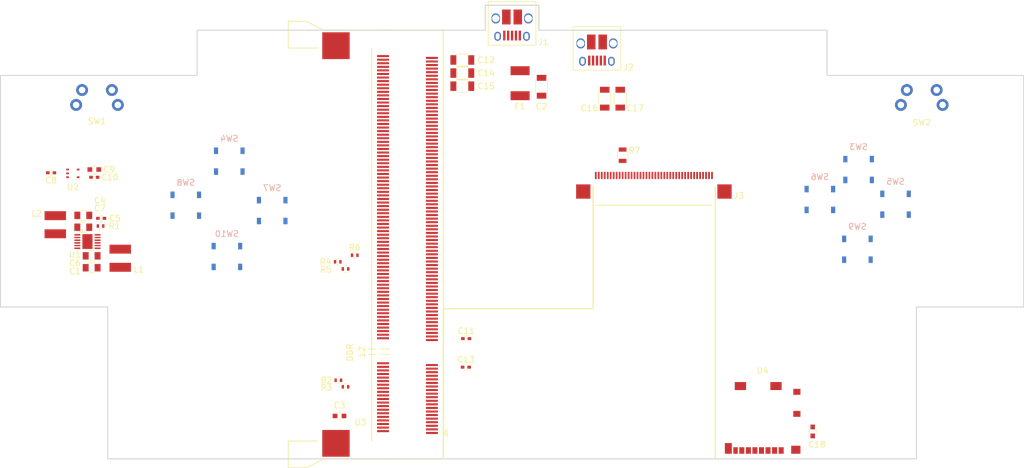
<source format=kicad_pcb>
(kicad_pcb (version 20171130) (host pcbnew "(5.0.0-3-g5ebb6b6)")

  (general
    (thickness 1.6)
    (drawings 20)
    (tracks 0)
    (zones 0)
    (modules 45)
    (nets 165)
  )

  (page USLetter)
  (layers
    (0 F.Cu signal)
    (31 B.Cu signal)
    (36 B.SilkS user)
    (37 F.SilkS user)
    (38 B.Mask user hide)
    (39 F.Mask user hide)
    (44 Edge.Cuts user)
    (45 Margin user hide)
    (46 B.CrtYd user hide)
    (47 F.CrtYd user hide)
  )

  (setup
    (last_trace_width 0.1524)
    (trace_clearance 0.1524)
    (zone_clearance 0.508)
    (zone_45_only no)
    (trace_min 0.1524)
    (segment_width 0.2)
    (edge_width 0.15)
    (via_size 0.6858)
    (via_drill 0.3302)
    (via_min_size 0.508)
    (via_min_drill 0.254)
    (uvia_size 0.6858)
    (uvia_drill 0.3302)
    (uvias_allowed no)
    (uvia_min_size 0.2)
    (uvia_min_drill 0.1)
    (pcb_text_width 0.3)
    (pcb_text_size 1.5 1.5)
    (mod_edge_width 0.15)
    (mod_text_size 1 1)
    (mod_text_width 0.15)
    (pad_size 1.524 1.524)
    (pad_drill 0.762)
    (pad_to_mask_clearance 0.2)
    (aux_axis_origin 0 0)
    (visible_elements FFFFF77F)
    (pcbplotparams
      (layerselection 0x010fc_ffffffff)
      (usegerberextensions false)
      (usegerberattributes false)
      (usegerberadvancedattributes false)
      (creategerberjobfile false)
      (excludeedgelayer true)
      (linewidth 0.100000)
      (plotframeref false)
      (viasonmask false)
      (mode 1)
      (useauxorigin false)
      (hpglpennumber 1)
      (hpglpenspeed 20)
      (hpglpendiameter 15.000000)
      (psnegative false)
      (psa4output false)
      (plotreference true)
      (plotvalue true)
      (plotinvisibletext false)
      (padsonsilk false)
      (subtractmaskfromsilk false)
      (outputformat 1)
      (mirror false)
      (drillshape 1)
      (scaleselection 1)
      (outputdirectory ""))
  )

  (net 0 "")
  (net 1 GND)
  (net 2 3V3)
  (net 3 5V)
  (net 4 1V8)
  (net 5 "Net-(C5-Pad1)")
  (net 6 CM_VDAC)
  (net 7 "Net-(C10-Pad1)")
  (net 8 "Net-(F1-Pad1)")
  (net 9 "Net-(J1-Pad2)")
  (net 10 "Net-(J1-Pad3)")
  (net 11 "Net-(J1-Pad4)")
  (net 12 "Net-(J2-Pad4)")
  (net 13 USB_D+)
  (net 14 USB_D-)
  (net 15 "Net-(L1-Pad1)")
  (net 16 "Net-(L2-Pad1)")
  (net 17 "Net-(R2-Pad1)")
  (net 18 "Net-(R3-Pad1)")
  (net 19 "Net-(R4-Pad1)")
  (net 20 "Net-(R5-Pad1)")
  (net 21 "Net-(R6-Pad1)")
  (net 22 "Net-(U1-Pad5)")
  (net 23 "Net-(U1-Pad11)")
  (net 24 "Net-(U3-Pad93)")
  (net 25 "Net-(U3-Pad95)")
  (net 26 "Net-(U3-Pad99)")
  (net 27 "Net-(U3-Pad101)")
  (net 28 "Net-(U3-Pad105)")
  (net 29 "Net-(U3-Pad107)")
  (net 30 "Net-(U3-Pad111)")
  (net 31 "Net-(U3-Pad113)")
  (net 32 "Net-(U3-Pad117)")
  (net 33 "Net-(U3-Pad119)")
  (net 34 "Net-(U3-Pad123)")
  (net 35 "Net-(U3-Pad125)")
  (net 36 "Net-(U3-Pad129)")
  (net 37 "Net-(U3-Pad131)")
  (net 38 "Net-(U3-Pad135)")
  (net 39 "Net-(U3-Pad137)")
  (net 40 "Net-(U3-Pad141)")
  (net 41 "Net-(U3-Pad143)")
  (net 42 "Net-(U3-Pad147)")
  (net 43 "Net-(U3-Pad149)")
  (net 44 "Net-(U3-Pad153)")
  (net 45 "Net-(U3-Pad155)")
  (net 46 "Net-(U3-Pad159)")
  (net 47 "Net-(U3-Pad161)")
  (net 48 "Net-(U3-Pad171)")
  (net 49 "Net-(U3-Pad173)")
  (net 50 "Net-(U3-Pad175)")
  (net 51 "Net-(U3-Pad177)")
  (net 52 "Net-(U3-Pad179)")
  (net 53 SDX_CLK)
  (net 54 SDX_CMD)
  (net 55 SDX_D0)
  (net 56 SDX_D1)
  (net 57 SDX_D2)
  (net 58 SDX_D3)
  (net 59 "Net-(U3-Pad34)")
  (net 60 "Net-(U3-Pad36)")
  (net 61 "Net-(U3-Pad46)")
  (net 62 "Net-(U3-Pad48)")
  (net 63 "Net-(U3-Pad52)")
  (net 64 "Net-(U3-Pad54)")
  (net 65 "Net-(U3-Pad58)")
  (net 66 "Net-(U3-Pad60)")
  (net 67 "Net-(U3-Pad64)")
  (net 68 "Net-(U3-Pad66)")
  (net 69 "Net-(U3-Pad70)")
  (net 70 "Net-(U3-Pad72)")
  (net 71 "Net-(U3-Pad76)")
  (net 72 "Net-(U3-Pad78)")
  (net 73 "Net-(U3-Pad90)")
  (net 74 "Net-(U3-Pad94)")
  (net 75 "Net-(U3-Pad96)")
  (net 76 "Net-(U3-Pad100)")
  (net 77 "Net-(U3-Pad102)")
  (net 78 "Net-(U3-Pad106)")
  (net 79 "Net-(U3-Pad108)")
  (net 80 "Net-(U3-Pad112)")
  (net 81 "Net-(U3-Pad114)")
  (net 82 "Net-(U3-Pad118)")
  (net 83 "Net-(U3-Pad120)")
  (net 84 "Net-(U3-Pad124)")
  (net 85 "Net-(U3-Pad126)")
  (net 86 "Net-(U3-Pad128)")
  (net 87 "Net-(U3-Pad130)")
  (net 88 "Net-(U3-Pad132)")
  (net 89 "Net-(U3-Pad136)")
  (net 90 "Net-(U3-Pad138)")
  (net 91 "Net-(U3-Pad142)")
  (net 92 "Net-(U3-Pad144)")
  (net 93 "Net-(U3-Pad148)")
  (net 94 "Net-(U3-Pad150)")
  (net 95 "Net-(U3-Pad154)")
  (net 96 "Net-(U3-Pad156)")
  (net 97 "Net-(U3-Pad158)")
  (net 98 "Net-(U3-Pad160)")
  (net 99 "Net-(U3-Pad162)")
  (net 100 "Net-(U3-Pad166)")
  (net 101 "Net-(U3-Pad168)")
  (net 102 "Net-(U3-Pad172)")
  (net 103 "Net-(U3-Pad174)")
  (net 104 "Net-(U3-Pad176)")
  (net 105 "Net-(U3-Pad178)")
  (net 106 "Net-(U3-Pad180)")
  (net 107 "Net-(U4-Pad10)")
  (net 108 "Net-(U4-Pad9)")
  (net 109 R2)
  (net 110 R3)
  (net 111 R1)
  (net 112 R0)
  (net 113 LEDK)
  (net 114 24V)
  (net 115 B2)
  (net 116 B3)
  (net 117 B1)
  (net 118 B0)
  (net 119 G4)
  (net 120 G5)
  (net 121 G7)
  (net 122 G6)
  (net 123 R6)
  (net 124 R7)
  (net 125 R5)
  (net 126 R4)
  (net 127 G0)
  (net 128 G1)
  (net 129 G3)
  (net 130 G2)
  (net 131 "Net-(J3-Pad31)")
  (net 132 HSYNC)
  (net 133 ODCK)
  (net 134 B4)
  (net 135 B5)
  (net 136 B7)
  (net 137 B6)
  (net 138 "Net-(J3-Pad35)")
  (net 139 DE)
  (net 140 VSYNC)
  (net 141 "Net-(J3-Pad37)")
  (net 142 "Net-(J3-Pad38)")
  (net 143 "Net-(J3-Pad40)")
  (net 144 "Net-(J3-Pad39)")
  (net 145 "Net-(SW1-Pad2)")
  (net 146 "Net-(SW1-Pad1)")
  (net 147 "Net-(SW2-Pad1)")
  (net 148 "Net-(SW2-Pad2)")
  (net 149 "Net-(SW3-Pad2)")
  (net 150 "Net-(SW3-Pad1)")
  (net 151 "Net-(SW4-Pad2)")
  (net 152 "Net-(SW4-Pad1)")
  (net 153 "Net-(SW5-Pad1)")
  (net 154 "Net-(SW5-Pad2)")
  (net 155 "Net-(SW6-Pad2)")
  (net 156 "Net-(SW6-Pad1)")
  (net 157 "Net-(SW7-Pad2)")
  (net 158 "Net-(SW7-Pad1)")
  (net 159 "Net-(SW8-Pad1)")
  (net 160 "Net-(SW8-Pad2)")
  (net 161 "Net-(SW9-Pad1)")
  (net 162 "Net-(SW9-Pad2)")
  (net 163 "Net-(SW10-Pad1)")
  (net 164 "Net-(SW10-Pad2)")

  (net_class Default "This is the default net class."
    (clearance 0.1524)
    (trace_width 0.1524)
    (via_dia 0.6858)
    (via_drill 0.3302)
    (uvia_dia 0.6858)
    (uvia_drill 0.3302)
    (diff_pair_gap 0.2286)
    (diff_pair_width 0.1524)
    (add_net 1V8)
    (add_net 24V)
    (add_net 3V3)
    (add_net 5V)
    (add_net B0)
    (add_net B1)
    (add_net B2)
    (add_net B3)
    (add_net B4)
    (add_net B5)
    (add_net B6)
    (add_net B7)
    (add_net CM_VDAC)
    (add_net DE)
    (add_net G0)
    (add_net G1)
    (add_net G2)
    (add_net G3)
    (add_net G4)
    (add_net G5)
    (add_net G6)
    (add_net G7)
    (add_net GND)
    (add_net HSYNC)
    (add_net LEDK)
    (add_net "Net-(C10-Pad1)")
    (add_net "Net-(C5-Pad1)")
    (add_net "Net-(F1-Pad1)")
    (add_net "Net-(J1-Pad2)")
    (add_net "Net-(J1-Pad3)")
    (add_net "Net-(J1-Pad4)")
    (add_net "Net-(J2-Pad4)")
    (add_net "Net-(J3-Pad31)")
    (add_net "Net-(J3-Pad35)")
    (add_net "Net-(J3-Pad37)")
    (add_net "Net-(J3-Pad38)")
    (add_net "Net-(J3-Pad39)")
    (add_net "Net-(J3-Pad40)")
    (add_net "Net-(L1-Pad1)")
    (add_net "Net-(L2-Pad1)")
    (add_net "Net-(R2-Pad1)")
    (add_net "Net-(R3-Pad1)")
    (add_net "Net-(R4-Pad1)")
    (add_net "Net-(R5-Pad1)")
    (add_net "Net-(R6-Pad1)")
    (add_net "Net-(SW1-Pad1)")
    (add_net "Net-(SW1-Pad2)")
    (add_net "Net-(SW10-Pad1)")
    (add_net "Net-(SW10-Pad2)")
    (add_net "Net-(SW2-Pad1)")
    (add_net "Net-(SW2-Pad2)")
    (add_net "Net-(SW3-Pad1)")
    (add_net "Net-(SW3-Pad2)")
    (add_net "Net-(SW4-Pad1)")
    (add_net "Net-(SW4-Pad2)")
    (add_net "Net-(SW5-Pad1)")
    (add_net "Net-(SW5-Pad2)")
    (add_net "Net-(SW6-Pad1)")
    (add_net "Net-(SW6-Pad2)")
    (add_net "Net-(SW7-Pad1)")
    (add_net "Net-(SW7-Pad2)")
    (add_net "Net-(SW8-Pad1)")
    (add_net "Net-(SW8-Pad2)")
    (add_net "Net-(SW9-Pad1)")
    (add_net "Net-(SW9-Pad2)")
    (add_net "Net-(U1-Pad11)")
    (add_net "Net-(U1-Pad5)")
    (add_net "Net-(U3-Pad100)")
    (add_net "Net-(U3-Pad101)")
    (add_net "Net-(U3-Pad102)")
    (add_net "Net-(U3-Pad105)")
    (add_net "Net-(U3-Pad106)")
    (add_net "Net-(U3-Pad107)")
    (add_net "Net-(U3-Pad108)")
    (add_net "Net-(U3-Pad111)")
    (add_net "Net-(U3-Pad112)")
    (add_net "Net-(U3-Pad113)")
    (add_net "Net-(U3-Pad114)")
    (add_net "Net-(U3-Pad117)")
    (add_net "Net-(U3-Pad118)")
    (add_net "Net-(U3-Pad119)")
    (add_net "Net-(U3-Pad120)")
    (add_net "Net-(U3-Pad123)")
    (add_net "Net-(U3-Pad124)")
    (add_net "Net-(U3-Pad125)")
    (add_net "Net-(U3-Pad126)")
    (add_net "Net-(U3-Pad128)")
    (add_net "Net-(U3-Pad129)")
    (add_net "Net-(U3-Pad130)")
    (add_net "Net-(U3-Pad131)")
    (add_net "Net-(U3-Pad132)")
    (add_net "Net-(U3-Pad135)")
    (add_net "Net-(U3-Pad136)")
    (add_net "Net-(U3-Pad137)")
    (add_net "Net-(U3-Pad138)")
    (add_net "Net-(U3-Pad141)")
    (add_net "Net-(U3-Pad142)")
    (add_net "Net-(U3-Pad143)")
    (add_net "Net-(U3-Pad144)")
    (add_net "Net-(U3-Pad147)")
    (add_net "Net-(U3-Pad148)")
    (add_net "Net-(U3-Pad149)")
    (add_net "Net-(U3-Pad150)")
    (add_net "Net-(U3-Pad153)")
    (add_net "Net-(U3-Pad154)")
    (add_net "Net-(U3-Pad155)")
    (add_net "Net-(U3-Pad156)")
    (add_net "Net-(U3-Pad158)")
    (add_net "Net-(U3-Pad159)")
    (add_net "Net-(U3-Pad160)")
    (add_net "Net-(U3-Pad161)")
    (add_net "Net-(U3-Pad162)")
    (add_net "Net-(U3-Pad166)")
    (add_net "Net-(U3-Pad168)")
    (add_net "Net-(U3-Pad171)")
    (add_net "Net-(U3-Pad172)")
    (add_net "Net-(U3-Pad173)")
    (add_net "Net-(U3-Pad174)")
    (add_net "Net-(U3-Pad175)")
    (add_net "Net-(U3-Pad176)")
    (add_net "Net-(U3-Pad177)")
    (add_net "Net-(U3-Pad178)")
    (add_net "Net-(U3-Pad179)")
    (add_net "Net-(U3-Pad180)")
    (add_net "Net-(U3-Pad34)")
    (add_net "Net-(U3-Pad36)")
    (add_net "Net-(U3-Pad46)")
    (add_net "Net-(U3-Pad48)")
    (add_net "Net-(U3-Pad52)")
    (add_net "Net-(U3-Pad54)")
    (add_net "Net-(U3-Pad58)")
    (add_net "Net-(U3-Pad60)")
    (add_net "Net-(U3-Pad64)")
    (add_net "Net-(U3-Pad66)")
    (add_net "Net-(U3-Pad70)")
    (add_net "Net-(U3-Pad72)")
    (add_net "Net-(U3-Pad76)")
    (add_net "Net-(U3-Pad78)")
    (add_net "Net-(U3-Pad90)")
    (add_net "Net-(U3-Pad93)")
    (add_net "Net-(U3-Pad94)")
    (add_net "Net-(U3-Pad95)")
    (add_net "Net-(U3-Pad96)")
    (add_net "Net-(U3-Pad99)")
    (add_net "Net-(U4-Pad10)")
    (add_net "Net-(U4-Pad9)")
    (add_net ODCK)
    (add_net R0)
    (add_net R1)
    (add_net R2)
    (add_net R3)
    (add_net R4)
    (add_net R5)
    (add_net R6)
    (add_net R7)
    (add_net SDX_CLK)
    (add_net SDX_CMD)
    (add_net SDX_D0)
    (add_net SDX_D1)
    (add_net SDX_D2)
    (add_net SDX_D3)
    (add_net USB_D+)
    (add_net USB_D-)
    (add_net VSYNC)
  )

  (module Capacitors_SMD:C_0805 (layer F.Cu) (tedit 58AA8463) (tstamp 5B89E439)
    (at 69.3 113.3 180)
    (descr "Capacitor SMD 0805, reflow soldering, AVX (see smccp.pdf)")
    (tags "capacitor 0805")
    (path /5B81B264/5B961D8D)
    (attr smd)
    (fp_text reference C1 (at 2.8 -0.6 180) (layer F.SilkS)
      (effects (font (size 1 1) (thickness 0.15)))
    )
    (fp_text value 10uF (at 0 1.75 180) (layer F.Fab)
      (effects (font (size 1 1) (thickness 0.15)))
    )
    (fp_line (start 1.75 0.87) (end -1.75 0.87) (layer F.CrtYd) (width 0.05))
    (fp_line (start 1.75 0.87) (end 1.75 -0.88) (layer F.CrtYd) (width 0.05))
    (fp_line (start -1.75 -0.88) (end -1.75 0.87) (layer F.CrtYd) (width 0.05))
    (fp_line (start -1.75 -0.88) (end 1.75 -0.88) (layer F.CrtYd) (width 0.05))
    (fp_line (start -0.5 0.85) (end 0.5 0.85) (layer F.SilkS) (width 0.12))
    (fp_line (start 0.5 -0.85) (end -0.5 -0.85) (layer F.SilkS) (width 0.12))
    (fp_line (start -1 -0.62) (end 1 -0.62) (layer F.Fab) (width 0.1))
    (fp_line (start 1 -0.62) (end 1 0.62) (layer F.Fab) (width 0.1))
    (fp_line (start 1 0.62) (end -1 0.62) (layer F.Fab) (width 0.1))
    (fp_line (start -1 0.62) (end -1 -0.62) (layer F.Fab) (width 0.1))
    (fp_text user %R (at 0 -1.5 180) (layer F.Fab)
      (effects (font (size 1 1) (thickness 0.15)))
    )
    (pad 2 smd rect (at 1 0 180) (size 1 1.25) (layers F.Cu F.Paste F.Mask)
      (net 1 GND))
    (pad 1 smd rect (at -1 0 180) (size 1 1.25) (layers F.Cu F.Paste F.Mask)
      (net 2 3V3))
    (model Capacitors_SMD.3dshapes/C_0805.wrl
      (at (xyz 0 0 0))
      (scale (xyz 1 1 1))
      (rotate (xyz 0 0 0))
    )
  )

  (module Capacitors_SMD:C_1206 (layer F.Cu) (tedit 58AA84B8) (tstamp 5B89E44A)
    (at 144.8 82.9 90)
    (descr "Capacitor SMD 1206, reflow soldering, AVX (see smccp.pdf)")
    (tags "capacitor 1206")
    (path /5B81B264/5B8CE1A3)
    (attr smd)
    (fp_text reference C2 (at -3.3 0 180) (layer F.SilkS)
      (effects (font (size 1 1) (thickness 0.15)))
    )
    (fp_text value 47uF (at 0 2 90) (layer F.Fab)
      (effects (font (size 1 1) (thickness 0.15)))
    )
    (fp_line (start 2.25 1.05) (end -2.25 1.05) (layer F.CrtYd) (width 0.05))
    (fp_line (start 2.25 1.05) (end 2.25 -1.05) (layer F.CrtYd) (width 0.05))
    (fp_line (start -2.25 -1.05) (end -2.25 1.05) (layer F.CrtYd) (width 0.05))
    (fp_line (start -2.25 -1.05) (end 2.25 -1.05) (layer F.CrtYd) (width 0.05))
    (fp_line (start -1 1.02) (end 1 1.02) (layer F.SilkS) (width 0.12))
    (fp_line (start 1 -1.02) (end -1 -1.02) (layer F.SilkS) (width 0.12))
    (fp_line (start -1.6 -0.8) (end 1.6 -0.8) (layer F.Fab) (width 0.1))
    (fp_line (start 1.6 -0.8) (end 1.6 0.8) (layer F.Fab) (width 0.1))
    (fp_line (start 1.6 0.8) (end -1.6 0.8) (layer F.Fab) (width 0.1))
    (fp_line (start -1.6 0.8) (end -1.6 -0.8) (layer F.Fab) (width 0.1))
    (fp_text user %R (at 0 -1.75 90) (layer F.Fab)
      (effects (font (size 1 1) (thickness 0.15)))
    )
    (pad 2 smd rect (at 1.5 0 90) (size 1 1.6) (layers F.Cu F.Paste F.Mask)
      (net 1 GND))
    (pad 1 smd rect (at -1.5 0 90) (size 1 1.6) (layers F.Cu F.Paste F.Mask)
      (net 3 5V))
    (model Capacitors_SMD.3dshapes/C_1206.wrl
      (at (xyz 0 0 0))
      (scale (xyz 1 1 1))
      (rotate (xyz 0 0 0))
    )
  )

  (module Capacitors_SMD:C_0603 (layer F.Cu) (tedit 59958EE7) (tstamp 5B89FC6D)
    (at 110.9 138.2 180)
    (descr "Capacitor SMD 0603, reflow soldering, AVX (see smccp.pdf)")
    (tags "capacitor 0603")
    (path /5B81B264/5B86DBE6)
    (attr smd)
    (fp_text reference C3 (at 0 1.8 180) (layer F.SilkS)
      (effects (font (size 1 1) (thickness 0.15)))
    )
    (fp_text value 4.7uF (at 0 1.5 180) (layer F.Fab)
      (effects (font (size 1 1) (thickness 0.15)))
    )
    (fp_line (start 1.4 0.65) (end -1.4 0.65) (layer F.CrtYd) (width 0.05))
    (fp_line (start 1.4 0.65) (end 1.4 -0.65) (layer F.CrtYd) (width 0.05))
    (fp_line (start -1.4 -0.65) (end -1.4 0.65) (layer F.CrtYd) (width 0.05))
    (fp_line (start -1.4 -0.65) (end 1.4 -0.65) (layer F.CrtYd) (width 0.05))
    (fp_line (start 0.35 0.6) (end -0.35 0.6) (layer F.SilkS) (width 0.12))
    (fp_line (start -0.35 -0.6) (end 0.35 -0.6) (layer F.SilkS) (width 0.12))
    (fp_line (start -0.8 -0.4) (end 0.8 -0.4) (layer F.Fab) (width 0.1))
    (fp_line (start 0.8 -0.4) (end 0.8 0.4) (layer F.Fab) (width 0.1))
    (fp_line (start 0.8 0.4) (end -0.8 0.4) (layer F.Fab) (width 0.1))
    (fp_line (start -0.8 0.4) (end -0.8 -0.4) (layer F.Fab) (width 0.1))
    (fp_text user %R (at 0 0 180) (layer F.Fab)
      (effects (font (size 0.3 0.3) (thickness 0.075)))
    )
    (pad 2 smd rect (at 0.75 0 180) (size 0.8 0.75) (layers F.Cu F.Paste F.Mask)
      (net 1 GND))
    (pad 1 smd rect (at -0.75 0 180) (size 0.8 0.75) (layers F.Cu F.Paste F.Mask)
      (net 2 3V3))
    (model Capacitors_SMD.3dshapes/C_0603.wrl
      (at (xyz 0 0 0))
      (scale (xyz 1 1 1))
      (rotate (xyz 0 0 0))
    )
  )

  (module Capacitors_SMD:C_0805 (layer F.Cu) (tedit 58AA8463) (tstamp 5B89E46C)
    (at 67.9 104.5)
    (descr "Capacitor SMD 0805, reflow soldering, AVX (see smccp.pdf)")
    (tags "capacitor 0805")
    (path /5B81B264/5B91233F)
    (attr smd)
    (fp_text reference C4 (at 2.8 -2.5) (layer F.SilkS)
      (effects (font (size 1 1) (thickness 0.15)))
    )
    (fp_text value 10uF (at 0 1.75) (layer F.Fab)
      (effects (font (size 1 1) (thickness 0.15)))
    )
    (fp_text user %R (at 0 -1.5) (layer F.Fab)
      (effects (font (size 1 1) (thickness 0.15)))
    )
    (fp_line (start -1 0.62) (end -1 -0.62) (layer F.Fab) (width 0.1))
    (fp_line (start 1 0.62) (end -1 0.62) (layer F.Fab) (width 0.1))
    (fp_line (start 1 -0.62) (end 1 0.62) (layer F.Fab) (width 0.1))
    (fp_line (start -1 -0.62) (end 1 -0.62) (layer F.Fab) (width 0.1))
    (fp_line (start 0.5 -0.85) (end -0.5 -0.85) (layer F.SilkS) (width 0.12))
    (fp_line (start -0.5 0.85) (end 0.5 0.85) (layer F.SilkS) (width 0.12))
    (fp_line (start -1.75 -0.88) (end 1.75 -0.88) (layer F.CrtYd) (width 0.05))
    (fp_line (start -1.75 -0.88) (end -1.75 0.87) (layer F.CrtYd) (width 0.05))
    (fp_line (start 1.75 0.87) (end 1.75 -0.88) (layer F.CrtYd) (width 0.05))
    (fp_line (start 1.75 0.87) (end -1.75 0.87) (layer F.CrtYd) (width 0.05))
    (pad 1 smd rect (at -1 0) (size 1 1.25) (layers F.Cu F.Paste F.Mask)
      (net 4 1V8))
    (pad 2 smd rect (at 1 0) (size 1 1.25) (layers F.Cu F.Paste F.Mask)
      (net 1 GND))
    (model Capacitors_SMD.3dshapes/C_0805.wrl
      (at (xyz 0 0 0))
      (scale (xyz 1 1 1))
      (rotate (xyz 0 0 0))
    )
  )

  (module Capacitors_SMD:C_0402 (layer F.Cu) (tedit 58AA841A) (tstamp 5B89E47D)
    (at 70.9 105)
    (descr "Capacitor SMD 0402, reflow soldering, AVX (see smccp.pdf)")
    (tags "capacitor 0402")
    (path /5B81B264/5B9C0208)
    (attr smd)
    (fp_text reference C5 (at 2.3 0) (layer F.SilkS)
      (effects (font (size 1 1) (thickness 0.15)))
    )
    (fp_text value 100nF (at 0 1.27) (layer F.Fab)
      (effects (font (size 1 1) (thickness 0.15)))
    )
    (fp_text user %R (at 0 -1.27) (layer F.Fab)
      (effects (font (size 1 1) (thickness 0.15)))
    )
    (fp_line (start -0.5 0.25) (end -0.5 -0.25) (layer F.Fab) (width 0.1))
    (fp_line (start 0.5 0.25) (end -0.5 0.25) (layer F.Fab) (width 0.1))
    (fp_line (start 0.5 -0.25) (end 0.5 0.25) (layer F.Fab) (width 0.1))
    (fp_line (start -0.5 -0.25) (end 0.5 -0.25) (layer F.Fab) (width 0.1))
    (fp_line (start 0.25 -0.47) (end -0.25 -0.47) (layer F.SilkS) (width 0.12))
    (fp_line (start -0.25 0.47) (end 0.25 0.47) (layer F.SilkS) (width 0.12))
    (fp_line (start -1 -0.4) (end 1 -0.4) (layer F.CrtYd) (width 0.05))
    (fp_line (start -1 -0.4) (end -1 0.4) (layer F.CrtYd) (width 0.05))
    (fp_line (start 1 0.4) (end 1 -0.4) (layer F.CrtYd) (width 0.05))
    (fp_line (start 1 0.4) (end -1 0.4) (layer F.CrtYd) (width 0.05))
    (pad 1 smd rect (at -0.55 0) (size 0.6 0.5) (layers F.Cu F.Paste F.Mask)
      (net 5 "Net-(C5-Pad1)"))
    (pad 2 smd rect (at 0.55 0) (size 0.6 0.5) (layers F.Cu F.Paste F.Mask)
      (net 1 GND))
    (model Capacitors_SMD.3dshapes/C_0402.wrl
      (at (xyz 0 0 0))
      (scale (xyz 1 1 1))
      (rotate (xyz 0 0 0))
    )
  )

  (module Capacitors_SMD:C_0805 (layer F.Cu) (tedit 58AA8463) (tstamp 5B89E48E)
    (at 69.3 111.3 180)
    (descr "Capacitor SMD 0805, reflow soldering, AVX (see smccp.pdf)")
    (tags "capacitor 0805")
    (path /5B81B264/5B9B66B2)
    (attr smd)
    (fp_text reference C6 (at 2.8 -1.2 180) (layer F.SilkS)
      (effects (font (size 1 1) (thickness 0.15)))
    )
    (fp_text value 10uF (at 0 1.75 180) (layer F.Fab)
      (effects (font (size 1 1) (thickness 0.15)))
    )
    (fp_line (start 1.75 0.87) (end -1.75 0.87) (layer F.CrtYd) (width 0.05))
    (fp_line (start 1.75 0.87) (end 1.75 -0.88) (layer F.CrtYd) (width 0.05))
    (fp_line (start -1.75 -0.88) (end -1.75 0.87) (layer F.CrtYd) (width 0.05))
    (fp_line (start -1.75 -0.88) (end 1.75 -0.88) (layer F.CrtYd) (width 0.05))
    (fp_line (start -0.5 0.85) (end 0.5 0.85) (layer F.SilkS) (width 0.12))
    (fp_line (start 0.5 -0.85) (end -0.5 -0.85) (layer F.SilkS) (width 0.12))
    (fp_line (start -1 -0.62) (end 1 -0.62) (layer F.Fab) (width 0.1))
    (fp_line (start 1 -0.62) (end 1 0.62) (layer F.Fab) (width 0.1))
    (fp_line (start 1 0.62) (end -1 0.62) (layer F.Fab) (width 0.1))
    (fp_line (start -1 0.62) (end -1 -0.62) (layer F.Fab) (width 0.1))
    (fp_text user %R (at 0 -1.5 180) (layer F.Fab)
      (effects (font (size 1 1) (thickness 0.15)))
    )
    (pad 2 smd rect (at 1 0 180) (size 1 1.25) (layers F.Cu F.Paste F.Mask)
      (net 1 GND))
    (pad 1 smd rect (at -1 0 180) (size 1 1.25) (layers F.Cu F.Paste F.Mask)
      (net 3 5V))
    (model Capacitors_SMD.3dshapes/C_0805.wrl
      (at (xyz 0 0 0))
      (scale (xyz 1 1 1))
      (rotate (xyz 0 0 0))
    )
  )

  (module Capacitors_SMD:C_0805 (layer F.Cu) (tedit 58AA8463) (tstamp 5B89E49F)
    (at 67.9 106.5)
    (descr "Capacitor SMD 0805, reflow soldering, AVX (see smccp.pdf)")
    (tags "capacitor 0805")
    (path /5B81B264/5B9ACC3F)
    (attr smd)
    (fp_text reference C7 (at 2.8 -3.2) (layer F.SilkS)
      (effects (font (size 1 1) (thickness 0.15)))
    )
    (fp_text value 10uF (at 0 1.75) (layer F.Fab)
      (effects (font (size 1 1) (thickness 0.15)))
    )
    (fp_text user %R (at 0 -1.5) (layer F.Fab)
      (effects (font (size 1 1) (thickness 0.15)))
    )
    (fp_line (start -1 0.62) (end -1 -0.62) (layer F.Fab) (width 0.1))
    (fp_line (start 1 0.62) (end -1 0.62) (layer F.Fab) (width 0.1))
    (fp_line (start 1 -0.62) (end 1 0.62) (layer F.Fab) (width 0.1))
    (fp_line (start -1 -0.62) (end 1 -0.62) (layer F.Fab) (width 0.1))
    (fp_line (start 0.5 -0.85) (end -0.5 -0.85) (layer F.SilkS) (width 0.12))
    (fp_line (start -0.5 0.85) (end 0.5 0.85) (layer F.SilkS) (width 0.12))
    (fp_line (start -1.75 -0.88) (end 1.75 -0.88) (layer F.CrtYd) (width 0.05))
    (fp_line (start -1.75 -0.88) (end -1.75 0.87) (layer F.CrtYd) (width 0.05))
    (fp_line (start 1.75 0.87) (end 1.75 -0.88) (layer F.CrtYd) (width 0.05))
    (fp_line (start 1.75 0.87) (end -1.75 0.87) (layer F.CrtYd) (width 0.05))
    (pad 1 smd rect (at -1 0) (size 1 1.25) (layers F.Cu F.Paste F.Mask)
      (net 3 5V))
    (pad 2 smd rect (at 1 0) (size 1 1.25) (layers F.Cu F.Paste F.Mask)
      (net 1 GND))
    (model Capacitors_SMD.3dshapes/C_0805.wrl
      (at (xyz 0 0 0))
      (scale (xyz 1 1 1))
      (rotate (xyz 0 0 0))
    )
  )

  (module Capacitors_SMD:C_0402 (layer F.Cu) (tedit 58AA841A) (tstamp 5B89E4B0)
    (at 62.5 97.35 180)
    (descr "Capacitor SMD 0402, reflow soldering, AVX (see smccp.pdf)")
    (tags "capacitor 0402")
    (path /5B81B264/5BA9525E)
    (attr smd)
    (fp_text reference C8 (at 0 -1.27 180) (layer F.SilkS)
      (effects (font (size 1 1) (thickness 0.15)))
    )
    (fp_text value 1uF (at 0 1.27 180) (layer F.Fab)
      (effects (font (size 1 1) (thickness 0.15)))
    )
    (fp_line (start 1 0.4) (end -1 0.4) (layer F.CrtYd) (width 0.05))
    (fp_line (start 1 0.4) (end 1 -0.4) (layer F.CrtYd) (width 0.05))
    (fp_line (start -1 -0.4) (end -1 0.4) (layer F.CrtYd) (width 0.05))
    (fp_line (start -1 -0.4) (end 1 -0.4) (layer F.CrtYd) (width 0.05))
    (fp_line (start -0.25 0.47) (end 0.25 0.47) (layer F.SilkS) (width 0.12))
    (fp_line (start 0.25 -0.47) (end -0.25 -0.47) (layer F.SilkS) (width 0.12))
    (fp_line (start -0.5 -0.25) (end 0.5 -0.25) (layer F.Fab) (width 0.1))
    (fp_line (start 0.5 -0.25) (end 0.5 0.25) (layer F.Fab) (width 0.1))
    (fp_line (start 0.5 0.25) (end -0.5 0.25) (layer F.Fab) (width 0.1))
    (fp_line (start -0.5 0.25) (end -0.5 -0.25) (layer F.Fab) (width 0.1))
    (fp_text user %R (at 0 -1.27 180) (layer F.Fab)
      (effects (font (size 1 1) (thickness 0.15)))
    )
    (pad 2 smd rect (at 0.55 0 180) (size 0.6 0.5) (layers F.Cu F.Paste F.Mask)
      (net 1 GND))
    (pad 1 smd rect (at -0.55 0 180) (size 0.6 0.5) (layers F.Cu F.Paste F.Mask)
      (net 2 3V3))
    (model Capacitors_SMD.3dshapes/C_0402.wrl
      (at (xyz 0 0 0))
      (scale (xyz 1 1 1))
      (rotate (xyz 0 0 0))
    )
  )

  (module Capacitors_SMD:C_0603 (layer F.Cu) (tedit 59958EE7) (tstamp 5B89F7FD)
    (at 69.75 96.8)
    (descr "Capacitor SMD 0603, reflow soldering, AVX (see smccp.pdf)")
    (tags "capacitor 0603")
    (path /5B81B264/5BB3DC0F)
    (attr smd)
    (fp_text reference C9 (at 2.5 0) (layer F.SilkS)
      (effects (font (size 1 1) (thickness 0.15)))
    )
    (fp_text value 4.7uF (at 0 1.5) (layer F.Fab)
      (effects (font (size 1 1) (thickness 0.15)))
    )
    (fp_text user %R (at 0 0) (layer F.Fab)
      (effects (font (size 0.3 0.3) (thickness 0.075)))
    )
    (fp_line (start -0.8 0.4) (end -0.8 -0.4) (layer F.Fab) (width 0.1))
    (fp_line (start 0.8 0.4) (end -0.8 0.4) (layer F.Fab) (width 0.1))
    (fp_line (start 0.8 -0.4) (end 0.8 0.4) (layer F.Fab) (width 0.1))
    (fp_line (start -0.8 -0.4) (end 0.8 -0.4) (layer F.Fab) (width 0.1))
    (fp_line (start -0.35 -0.6) (end 0.35 -0.6) (layer F.SilkS) (width 0.12))
    (fp_line (start 0.35 0.6) (end -0.35 0.6) (layer F.SilkS) (width 0.12))
    (fp_line (start -1.4 -0.65) (end 1.4 -0.65) (layer F.CrtYd) (width 0.05))
    (fp_line (start -1.4 -0.65) (end -1.4 0.65) (layer F.CrtYd) (width 0.05))
    (fp_line (start 1.4 0.65) (end 1.4 -0.65) (layer F.CrtYd) (width 0.05))
    (fp_line (start 1.4 0.65) (end -1.4 0.65) (layer F.CrtYd) (width 0.05))
    (pad 1 smd rect (at -0.75 0) (size 0.8 0.75) (layers F.Cu F.Paste F.Mask)
      (net 6 CM_VDAC))
    (pad 2 smd rect (at 0.75 0) (size 0.8 0.75) (layers F.Cu F.Paste F.Mask)
      (net 1 GND))
    (model Capacitors_SMD.3dshapes/C_0603.wrl
      (at (xyz 0 0 0))
      (scale (xyz 1 1 1))
      (rotate (xyz 0 0 0))
    )
  )

  (module Capacitors_SMD:C_0402 (layer F.Cu) (tedit 58AA841A) (tstamp 5B89E4D2)
    (at 69.75 98.1)
    (descr "Capacitor SMD 0402, reflow soldering, AVX (see smccp.pdf)")
    (tags "capacitor 0402")
    (path /5B81B264/5BB315B7)
    (attr smd)
    (fp_text reference C10 (at 2.6 0) (layer F.SilkS)
      (effects (font (size 1 1) (thickness 0.15)))
    )
    (fp_text value 100nF (at 0 1.27) (layer F.Fab)
      (effects (font (size 1 1) (thickness 0.15)))
    )
    (fp_line (start 1 0.4) (end -1 0.4) (layer F.CrtYd) (width 0.05))
    (fp_line (start 1 0.4) (end 1 -0.4) (layer F.CrtYd) (width 0.05))
    (fp_line (start -1 -0.4) (end -1 0.4) (layer F.CrtYd) (width 0.05))
    (fp_line (start -1 -0.4) (end 1 -0.4) (layer F.CrtYd) (width 0.05))
    (fp_line (start -0.25 0.47) (end 0.25 0.47) (layer F.SilkS) (width 0.12))
    (fp_line (start 0.25 -0.47) (end -0.25 -0.47) (layer F.SilkS) (width 0.12))
    (fp_line (start -0.5 -0.25) (end 0.5 -0.25) (layer F.Fab) (width 0.1))
    (fp_line (start 0.5 -0.25) (end 0.5 0.25) (layer F.Fab) (width 0.1))
    (fp_line (start 0.5 0.25) (end -0.5 0.25) (layer F.Fab) (width 0.1))
    (fp_line (start -0.5 0.25) (end -0.5 -0.25) (layer F.Fab) (width 0.1))
    (fp_text user %R (at 0 -1.27) (layer F.Fab)
      (effects (font (size 1 1) (thickness 0.15)))
    )
    (pad 2 smd rect (at 0.55 0) (size 0.6 0.5) (layers F.Cu F.Paste F.Mask)
      (net 1 GND))
    (pad 1 smd rect (at -0.55 0) (size 0.6 0.5) (layers F.Cu F.Paste F.Mask)
      (net 7 "Net-(C10-Pad1)"))
    (model Capacitors_SMD.3dshapes/C_0402.wrl
      (at (xyz 0 0 0))
      (scale (xyz 1 1 1))
      (rotate (xyz 0 0 0))
    )
  )

  (module Capacitors_SMD:C_0402 (layer F.Cu) (tedit 58AA841A) (tstamp 5B89E4E3)
    (at 132.15 125.2)
    (descr "Capacitor SMD 0402, reflow soldering, AVX (see smccp.pdf)")
    (tags "capacitor 0402")
    (path /5B81B264/5BBBE10D)
    (attr smd)
    (fp_text reference C11 (at 0 -1.27) (layer F.SilkS)
      (effects (font (size 1 1) (thickness 0.15)))
    )
    (fp_text value 1uF (at 0 1.27) (layer F.Fab)
      (effects (font (size 1 1) (thickness 0.15)))
    )
    (fp_line (start 1 0.4) (end -1 0.4) (layer F.CrtYd) (width 0.05))
    (fp_line (start 1 0.4) (end 1 -0.4) (layer F.CrtYd) (width 0.05))
    (fp_line (start -1 -0.4) (end -1 0.4) (layer F.CrtYd) (width 0.05))
    (fp_line (start -1 -0.4) (end 1 -0.4) (layer F.CrtYd) (width 0.05))
    (fp_line (start -0.25 0.47) (end 0.25 0.47) (layer F.SilkS) (width 0.12))
    (fp_line (start 0.25 -0.47) (end -0.25 -0.47) (layer F.SilkS) (width 0.12))
    (fp_line (start -0.5 -0.25) (end 0.5 -0.25) (layer F.Fab) (width 0.1))
    (fp_line (start 0.5 -0.25) (end 0.5 0.25) (layer F.Fab) (width 0.1))
    (fp_line (start 0.5 0.25) (end -0.5 0.25) (layer F.Fab) (width 0.1))
    (fp_line (start -0.5 0.25) (end -0.5 -0.25) (layer F.Fab) (width 0.1))
    (fp_text user %R (at 0 -1.27) (layer F.Fab)
      (effects (font (size 1 1) (thickness 0.15)))
    )
    (pad 2 smd rect (at 0.55 0) (size 0.6 0.5) (layers F.Cu F.Paste F.Mask)
      (net 1 GND))
    (pad 1 smd rect (at -0.55 0) (size 0.6 0.5) (layers F.Cu F.Paste F.Mask)
      (net 2 3V3))
    (model Capacitors_SMD.3dshapes/C_0402.wrl
      (at (xyz 0 0 0))
      (scale (xyz 1 1 1))
      (rotate (xyz 0 0 0))
    )
  )

  (module Capacitors_SMD:C_1206 (layer F.Cu) (tedit 58AA84B8) (tstamp 5B89E4F4)
    (at 131.5 78.4)
    (descr "Capacitor SMD 1206, reflow soldering, AVX (see smccp.pdf)")
    (tags "capacitor 1206")
    (path /5B81B264/5BC0E63C)
    (attr smd)
    (fp_text reference C12 (at 4 0) (layer F.SilkS)
      (effects (font (size 1 1) (thickness 0.15)))
    )
    (fp_text value 47uF (at 0 2) (layer F.Fab)
      (effects (font (size 1 1) (thickness 0.15)))
    )
    (fp_text user %R (at 0 -1.75) (layer F.Fab)
      (effects (font (size 1 1) (thickness 0.15)))
    )
    (fp_line (start -1.6 0.8) (end -1.6 -0.8) (layer F.Fab) (width 0.1))
    (fp_line (start 1.6 0.8) (end -1.6 0.8) (layer F.Fab) (width 0.1))
    (fp_line (start 1.6 -0.8) (end 1.6 0.8) (layer F.Fab) (width 0.1))
    (fp_line (start -1.6 -0.8) (end 1.6 -0.8) (layer F.Fab) (width 0.1))
    (fp_line (start 1 -1.02) (end -1 -1.02) (layer F.SilkS) (width 0.12))
    (fp_line (start -1 1.02) (end 1 1.02) (layer F.SilkS) (width 0.12))
    (fp_line (start -2.25 -1.05) (end 2.25 -1.05) (layer F.CrtYd) (width 0.05))
    (fp_line (start -2.25 -1.05) (end -2.25 1.05) (layer F.CrtYd) (width 0.05))
    (fp_line (start 2.25 1.05) (end 2.25 -1.05) (layer F.CrtYd) (width 0.05))
    (fp_line (start 2.25 1.05) (end -2.25 1.05) (layer F.CrtYd) (width 0.05))
    (pad 1 smd rect (at -1.5 0) (size 1 1.6) (layers F.Cu F.Paste F.Mask)
      (net 3 5V))
    (pad 2 smd rect (at 1.5 0) (size 1 1.6) (layers F.Cu F.Paste F.Mask)
      (net 1 GND))
    (model Capacitors_SMD.3dshapes/C_1206.wrl
      (at (xyz 0 0 0))
      (scale (xyz 1 1 1))
      (rotate (xyz 0 0 0))
    )
  )

  (module Capacitors_SMD:C_0402 (layer F.Cu) (tedit 58AA841A) (tstamp 5B89E505)
    (at 132.1 130)
    (descr "Capacitor SMD 0402, reflow soldering, AVX (see smccp.pdf)")
    (tags "capacitor 0402")
    (path /5B81B264/5BC005C5)
    (attr smd)
    (fp_text reference C13 (at 0 -1.27) (layer F.SilkS)
      (effects (font (size 1 1) (thickness 0.15)))
    )
    (fp_text value 1uF (at 0 1.27) (layer F.Fab)
      (effects (font (size 1 1) (thickness 0.15)))
    )
    (fp_text user %R (at 0 -1.27) (layer F.Fab)
      (effects (font (size 1 1) (thickness 0.15)))
    )
    (fp_line (start -0.5 0.25) (end -0.5 -0.25) (layer F.Fab) (width 0.1))
    (fp_line (start 0.5 0.25) (end -0.5 0.25) (layer F.Fab) (width 0.1))
    (fp_line (start 0.5 -0.25) (end 0.5 0.25) (layer F.Fab) (width 0.1))
    (fp_line (start -0.5 -0.25) (end 0.5 -0.25) (layer F.Fab) (width 0.1))
    (fp_line (start 0.25 -0.47) (end -0.25 -0.47) (layer F.SilkS) (width 0.12))
    (fp_line (start -0.25 0.47) (end 0.25 0.47) (layer F.SilkS) (width 0.12))
    (fp_line (start -1 -0.4) (end 1 -0.4) (layer F.CrtYd) (width 0.05))
    (fp_line (start -1 -0.4) (end -1 0.4) (layer F.CrtYd) (width 0.05))
    (fp_line (start 1 0.4) (end 1 -0.4) (layer F.CrtYd) (width 0.05))
    (fp_line (start 1 0.4) (end -1 0.4) (layer F.CrtYd) (width 0.05))
    (pad 1 smd rect (at -0.55 0) (size 0.6 0.5) (layers F.Cu F.Paste F.Mask)
      (net 2 3V3))
    (pad 2 smd rect (at 0.55 0) (size 0.6 0.5) (layers F.Cu F.Paste F.Mask)
      (net 1 GND))
    (model Capacitors_SMD.3dshapes/C_0402.wrl
      (at (xyz 0 0 0))
      (scale (xyz 1 1 1))
      (rotate (xyz 0 0 0))
    )
  )

  (module Capacitors_SMD:C_1206 (layer F.Cu) (tedit 58AA84B8) (tstamp 5B89E516)
    (at 131.5 80.6)
    (descr "Capacitor SMD 1206, reflow soldering, AVX (see smccp.pdf)")
    (tags "capacitor 1206")
    (path /5B81B264/5BC0E64B)
    (attr smd)
    (fp_text reference C14 (at 4 0) (layer F.SilkS)
      (effects (font (size 1 1) (thickness 0.15)))
    )
    (fp_text value 47uF (at 0 2) (layer F.Fab)
      (effects (font (size 1 1) (thickness 0.15)))
    )
    (fp_line (start 2.25 1.05) (end -2.25 1.05) (layer F.CrtYd) (width 0.05))
    (fp_line (start 2.25 1.05) (end 2.25 -1.05) (layer F.CrtYd) (width 0.05))
    (fp_line (start -2.25 -1.05) (end -2.25 1.05) (layer F.CrtYd) (width 0.05))
    (fp_line (start -2.25 -1.05) (end 2.25 -1.05) (layer F.CrtYd) (width 0.05))
    (fp_line (start -1 1.02) (end 1 1.02) (layer F.SilkS) (width 0.12))
    (fp_line (start 1 -1.02) (end -1 -1.02) (layer F.SilkS) (width 0.12))
    (fp_line (start -1.6 -0.8) (end 1.6 -0.8) (layer F.Fab) (width 0.1))
    (fp_line (start 1.6 -0.8) (end 1.6 0.8) (layer F.Fab) (width 0.1))
    (fp_line (start 1.6 0.8) (end -1.6 0.8) (layer F.Fab) (width 0.1))
    (fp_line (start -1.6 0.8) (end -1.6 -0.8) (layer F.Fab) (width 0.1))
    (fp_text user %R (at 0 -1.75) (layer F.Fab)
      (effects (font (size 1 1) (thickness 0.15)))
    )
    (pad 2 smd rect (at 1.5 0) (size 1 1.6) (layers F.Cu F.Paste F.Mask)
      (net 1 GND))
    (pad 1 smd rect (at -1.5 0) (size 1 1.6) (layers F.Cu F.Paste F.Mask)
      (net 2 3V3))
    (model Capacitors_SMD.3dshapes/C_1206.wrl
      (at (xyz 0 0 0))
      (scale (xyz 1 1 1))
      (rotate (xyz 0 0 0))
    )
  )

  (module Capacitors_SMD:C_1206 (layer F.Cu) (tedit 58AA84B8) (tstamp 5B89E527)
    (at 131.5 82.8)
    (descr "Capacitor SMD 1206, reflow soldering, AVX (see smccp.pdf)")
    (tags "capacitor 1206")
    (path /5B81B264/5BC1D161)
    (attr smd)
    (fp_text reference C15 (at 4 0) (layer F.SilkS)
      (effects (font (size 1 1) (thickness 0.15)))
    )
    (fp_text value 47uF (at 0 2) (layer F.Fab)
      (effects (font (size 1 1) (thickness 0.15)))
    )
    (fp_text user %R (at 0 -1.75) (layer F.Fab)
      (effects (font (size 1 1) (thickness 0.15)))
    )
    (fp_line (start -1.6 0.8) (end -1.6 -0.8) (layer F.Fab) (width 0.1))
    (fp_line (start 1.6 0.8) (end -1.6 0.8) (layer F.Fab) (width 0.1))
    (fp_line (start 1.6 -0.8) (end 1.6 0.8) (layer F.Fab) (width 0.1))
    (fp_line (start -1.6 -0.8) (end 1.6 -0.8) (layer F.Fab) (width 0.1))
    (fp_line (start 1 -1.02) (end -1 -1.02) (layer F.SilkS) (width 0.12))
    (fp_line (start -1 1.02) (end 1 1.02) (layer F.SilkS) (width 0.12))
    (fp_line (start -2.25 -1.05) (end 2.25 -1.05) (layer F.CrtYd) (width 0.05))
    (fp_line (start -2.25 -1.05) (end -2.25 1.05) (layer F.CrtYd) (width 0.05))
    (fp_line (start 2.25 1.05) (end 2.25 -1.05) (layer F.CrtYd) (width 0.05))
    (fp_line (start 2.25 1.05) (end -2.25 1.05) (layer F.CrtYd) (width 0.05))
    (pad 1 smd rect (at -1.5 0) (size 1 1.6) (layers F.Cu F.Paste F.Mask)
      (net 4 1V8))
    (pad 2 smd rect (at 1.5 0) (size 1 1.6) (layers F.Cu F.Paste F.Mask)
      (net 1 GND))
    (model Capacitors_SMD.3dshapes/C_1206.wrl
      (at (xyz 0 0 0))
      (scale (xyz 1 1 1))
      (rotate (xyz 0 0 0))
    )
  )

  (module Capacitors_SMD:C_1206 (layer F.Cu) (tedit 58AA84B8) (tstamp 5B89E538)
    (at 155.4 84.9 270)
    (descr "Capacitor SMD 1206, reflow soldering, AVX (see smccp.pdf)")
    (tags "capacitor 1206")
    (path /5B81B264/5BC4B530)
    (attr smd)
    (fp_text reference C16 (at 1.6 2.6) (layer F.SilkS)
      (effects (font (size 1 1) (thickness 0.15)))
    )
    (fp_text value 47uF (at 0 2 270) (layer F.Fab)
      (effects (font (size 1 1) (thickness 0.15)))
    )
    (fp_line (start 2.25 1.05) (end -2.25 1.05) (layer F.CrtYd) (width 0.05))
    (fp_line (start 2.25 1.05) (end 2.25 -1.05) (layer F.CrtYd) (width 0.05))
    (fp_line (start -2.25 -1.05) (end -2.25 1.05) (layer F.CrtYd) (width 0.05))
    (fp_line (start -2.25 -1.05) (end 2.25 -1.05) (layer F.CrtYd) (width 0.05))
    (fp_line (start -1 1.02) (end 1 1.02) (layer F.SilkS) (width 0.12))
    (fp_line (start 1 -1.02) (end -1 -1.02) (layer F.SilkS) (width 0.12))
    (fp_line (start -1.6 -0.8) (end 1.6 -0.8) (layer F.Fab) (width 0.1))
    (fp_line (start 1.6 -0.8) (end 1.6 0.8) (layer F.Fab) (width 0.1))
    (fp_line (start 1.6 0.8) (end -1.6 0.8) (layer F.Fab) (width 0.1))
    (fp_line (start -1.6 0.8) (end -1.6 -0.8) (layer F.Fab) (width 0.1))
    (fp_text user %R (at 0 -1.75 270) (layer F.Fab)
      (effects (font (size 1 1) (thickness 0.15)))
    )
    (pad 2 smd rect (at 1.5 0 270) (size 1 1.6) (layers F.Cu F.Paste F.Mask)
      (net 1 GND))
    (pad 1 smd rect (at -1.5 0 270) (size 1 1.6) (layers F.Cu F.Paste F.Mask)
      (net 3 5V))
    (model Capacitors_SMD.3dshapes/C_1206.wrl
      (at (xyz 0 0 0))
      (scale (xyz 1 1 1))
      (rotate (xyz 0 0 0))
    )
  )

  (module Capacitors_SMD:C_1206 (layer F.Cu) (tedit 58AA84B8) (tstamp 5B89E549)
    (at 158 84.9 270)
    (descr "Capacitor SMD 1206, reflow soldering, AVX (see smccp.pdf)")
    (tags "capacitor 1206")
    (path /5B81B264/5BC6ABFA)
    (attr smd)
    (fp_text reference C17 (at 1.6 -2.5) (layer F.SilkS)
      (effects (font (size 1 1) (thickness 0.15)))
    )
    (fp_text value 47uF (at 0 2 270) (layer F.Fab)
      (effects (font (size 1 1) (thickness 0.15)))
    )
    (fp_text user %R (at 0 -1.75 270) (layer F.Fab)
      (effects (font (size 1 1) (thickness 0.15)))
    )
    (fp_line (start -1.6 0.8) (end -1.6 -0.8) (layer F.Fab) (width 0.1))
    (fp_line (start 1.6 0.8) (end -1.6 0.8) (layer F.Fab) (width 0.1))
    (fp_line (start 1.6 -0.8) (end 1.6 0.8) (layer F.Fab) (width 0.1))
    (fp_line (start -1.6 -0.8) (end 1.6 -0.8) (layer F.Fab) (width 0.1))
    (fp_line (start 1 -1.02) (end -1 -1.02) (layer F.SilkS) (width 0.12))
    (fp_line (start -1 1.02) (end 1 1.02) (layer F.SilkS) (width 0.12))
    (fp_line (start -2.25 -1.05) (end 2.25 -1.05) (layer F.CrtYd) (width 0.05))
    (fp_line (start -2.25 -1.05) (end -2.25 1.05) (layer F.CrtYd) (width 0.05))
    (fp_line (start 2.25 1.05) (end 2.25 -1.05) (layer F.CrtYd) (width 0.05))
    (fp_line (start 2.25 1.05) (end -2.25 1.05) (layer F.CrtYd) (width 0.05))
    (pad 1 smd rect (at -1.5 0 270) (size 1 1.6) (layers F.Cu F.Paste F.Mask)
      (net 3 5V))
    (pad 2 smd rect (at 1.5 0 270) (size 1 1.6) (layers F.Cu F.Paste F.Mask)
      (net 1 GND))
    (model Capacitors_SMD.3dshapes/C_1206.wrl
      (at (xyz 0 0 0))
      (scale (xyz 1 1 1))
      (rotate (xyz 0 0 0))
    )
  )

  (module Capacitors_SMD:C_0603 (layer F.Cu) (tedit 59958EE7) (tstamp 5B89E55A)
    (at 190.3 140.8 270)
    (descr "Capacitor SMD 0603, reflow soldering, AVX (see smccp.pdf)")
    (tags "capacitor 0603")
    (path /5B81B264/5BE438D5)
    (attr smd)
    (fp_text reference C18 (at 2.2 -0.7) (layer F.SilkS)
      (effects (font (size 1 1) (thickness 0.15)))
    )
    (fp_text value 4.7uF (at 0 1.5 270) (layer F.Fab)
      (effects (font (size 1 1) (thickness 0.15)))
    )
    (fp_text user %R (at 0 0 270) (layer F.Fab)
      (effects (font (size 0.3 0.3) (thickness 0.075)))
    )
    (fp_line (start -0.8 0.4) (end -0.8 -0.4) (layer F.Fab) (width 0.1))
    (fp_line (start 0.8 0.4) (end -0.8 0.4) (layer F.Fab) (width 0.1))
    (fp_line (start 0.8 -0.4) (end 0.8 0.4) (layer F.Fab) (width 0.1))
    (fp_line (start -0.8 -0.4) (end 0.8 -0.4) (layer F.Fab) (width 0.1))
    (fp_line (start -0.35 -0.6) (end 0.35 -0.6) (layer F.SilkS) (width 0.12))
    (fp_line (start 0.35 0.6) (end -0.35 0.6) (layer F.SilkS) (width 0.12))
    (fp_line (start -1.4 -0.65) (end 1.4 -0.65) (layer F.CrtYd) (width 0.05))
    (fp_line (start -1.4 -0.65) (end -1.4 0.65) (layer F.CrtYd) (width 0.05))
    (fp_line (start 1.4 0.65) (end 1.4 -0.65) (layer F.CrtYd) (width 0.05))
    (fp_line (start 1.4 0.65) (end -1.4 0.65) (layer F.CrtYd) (width 0.05))
    (pad 1 smd rect (at -0.75 0 270) (size 0.8 0.75) (layers F.Cu F.Paste F.Mask)
      (net 2 3V3))
    (pad 2 smd rect (at 0.75 0 270) (size 0.8 0.75) (layers F.Cu F.Paste F.Mask)
      (net 1 GND))
    (model Capacitors_SMD.3dshapes/C_0603.wrl
      (at (xyz 0 0 0))
      (scale (xyz 1 1 1))
      (rotate (xyz 0 0 0))
    )
  )

  (module Pi-Library:MF-MSMF200 (layer F.Cu) (tedit 587A9413) (tstamp 5B89E560)
    (at 141.2 82.3 270)
    (path /5B81B264/5B8AD112)
    (fp_text reference F1 (at 3.9 0) (layer F.SilkS)
      (effects (font (size 1 1) (thickness 0.15)))
    )
    (fp_text value MF-MSMF200 (at 0 -2.9 270) (layer F.Fab)
      (effects (font (size 1 1) (thickness 0.15)))
    )
    (pad 1 smd rect (at -2.1 0 270) (size 1.5 3.2) (layers F.Cu F.Paste F.Mask)
      (net 8 "Net-(F1-Pad1)"))
    (pad 2 smd rect (at 2.1 0 270) (size 1.5 3.2) (layers F.Cu F.Paste F.Mask)
      (net 3 5V))
  )

  (module Pi-Library:USB_Micro-B_10103594-0001LF (layer F.Cu) (tedit 58ED73AF) (tstamp 5B89E578)
    (at 139.85 72.8 180)
    (descr "Micro USB Type B 10103594-0001LF")
    (tags "USB USB_B USB_micro USB_OTG")
    (path /5B81B264/5B89CA3E)
    (attr smd)
    (fp_text reference J1 (at -5.25 -2.6 180) (layer F.SilkS)
      (effects (font (size 1 1) (thickness 0.15)))
    )
    (fp_text value USB_OTG (at 0 6.17 180) (layer F.Fab)
      (effects (font (size 1 1) (thickness 0.15)))
    )
    (fp_line (start -4.25 -3.4) (end 4.25 -3.4) (layer F.CrtYd) (width 0.05))
    (fp_line (start 4.25 -3.4) (end 4.25 4.45) (layer F.CrtYd) (width 0.05))
    (fp_line (start 4.25 4.45) (end -4.25 4.45) (layer F.CrtYd) (width 0.05))
    (fp_line (start -4.25 4.45) (end -4.25 -3.4) (layer F.CrtYd) (width 0.05))
    (fp_line (start -4 4.2) (end 4 4.2) (layer F.SilkS) (width 0.12))
    (fp_line (start -4 -3.12) (end 4 -3.12) (layer F.SilkS) (width 0.12))
    (fp_line (start 4 -3.12) (end 4 4.2) (layer F.SilkS) (width 0.12))
    (fp_line (start 4 3.58) (end -4 3.58) (layer F.SilkS) (width 0.12))
    (fp_line (start -4 4.2) (end -4 -3.12) (layer F.SilkS) (width 0.12))
    (pad 1 smd rect (at -1.3 -1.5 270) (size 1.65 0.4) (layers F.Cu F.Paste F.Mask)
      (net 8 "Net-(F1-Pad1)"))
    (pad 2 smd rect (at -0.65 -1.5 270) (size 1.65 0.4) (layers F.Cu F.Paste F.Mask)
      (net 9 "Net-(J1-Pad2)"))
    (pad 3 smd rect (at 0 -1.5 270) (size 1.65 0.4) (layers F.Cu F.Paste F.Mask)
      (net 10 "Net-(J1-Pad3)"))
    (pad 4 smd rect (at 0.65 -1.5 270) (size 1.65 0.4) (layers F.Cu F.Paste F.Mask)
      (net 11 "Net-(J1-Pad4)"))
    (pad 5 smd rect (at 1.3 -1.5 270) (size 1.65 0.4) (layers F.Cu F.Paste F.Mask)
      (net 1 GND))
    (pad 6 thru_hole oval (at -2.42 -1.62 270) (size 1.5 1.1) (drill oval 1.05 0.65) (layers *.Cu *.Mask)
      (net 1 GND))
    (pad 6 thru_hole oval (at 2.42 -1.62 270) (size 1.5 1.1) (drill oval 1.05 0.65) (layers *.Cu *.Mask)
      (net 1 GND))
    (pad 6 thru_hole oval (at -2.73 1.38 270) (size 1.7 1.4) (drill 1.2) (layers *.Cu *.Mask)
      (net 1 GND))
    (pad 6 thru_hole oval (at 2.73 1.38 270) (size 1.7 1.4) (drill 1.2) (layers *.Cu *.Mask)
      (net 1 GND))
    (pad 6 smd rect (at -0.96 1.62 270) (size 2.5 1.43) (layers F.Cu F.Paste F.Mask)
      (net 1 GND))
    (pad 6 smd rect (at 0.96 1.62 270) (size 2.5 1.43) (layers F.Cu F.Paste F.Mask)
      (net 1 GND))
  )

  (module Pi-Library:USB_Micro-B_10103594-0001LF (layer F.Cu) (tedit 58ED73AF) (tstamp 5B89E590)
    (at 154.1 77 180)
    (descr "Micro USB Type B 10103594-0001LF")
    (tags "USB USB_B USB_micro USB_OTG")
    (path /5B81B264/5BCEA0D8)
    (attr smd)
    (fp_text reference J2 (at -5.3 -2.6 180) (layer F.SilkS)
      (effects (font (size 1 1) (thickness 0.15)))
    )
    (fp_text value USB_OTG (at 0 6.17 180) (layer F.Fab)
      (effects (font (size 1 1) (thickness 0.15)))
    )
    (fp_line (start -4 4.2) (end -4 -3.12) (layer F.SilkS) (width 0.12))
    (fp_line (start 4 3.58) (end -4 3.58) (layer F.SilkS) (width 0.12))
    (fp_line (start 4 -3.12) (end 4 4.2) (layer F.SilkS) (width 0.12))
    (fp_line (start -4 -3.12) (end 4 -3.12) (layer F.SilkS) (width 0.12))
    (fp_line (start -4 4.2) (end 4 4.2) (layer F.SilkS) (width 0.12))
    (fp_line (start -4.25 4.45) (end -4.25 -3.4) (layer F.CrtYd) (width 0.05))
    (fp_line (start 4.25 4.45) (end -4.25 4.45) (layer F.CrtYd) (width 0.05))
    (fp_line (start 4.25 -3.4) (end 4.25 4.45) (layer F.CrtYd) (width 0.05))
    (fp_line (start -4.25 -3.4) (end 4.25 -3.4) (layer F.CrtYd) (width 0.05))
    (pad 6 smd rect (at 0.96 1.62 270) (size 2.5 1.43) (layers F.Cu F.Paste F.Mask)
      (net 1 GND))
    (pad 6 smd rect (at -0.96 1.62 270) (size 2.5 1.43) (layers F.Cu F.Paste F.Mask)
      (net 1 GND))
    (pad 6 thru_hole oval (at 2.73 1.38 270) (size 1.7 1.4) (drill 1.2) (layers *.Cu *.Mask)
      (net 1 GND))
    (pad 6 thru_hole oval (at -2.73 1.38 270) (size 1.7 1.4) (drill 1.2) (layers *.Cu *.Mask)
      (net 1 GND))
    (pad 6 thru_hole oval (at 2.42 -1.62 270) (size 1.5 1.1) (drill oval 1.05 0.65) (layers *.Cu *.Mask)
      (net 1 GND))
    (pad 6 thru_hole oval (at -2.42 -1.62 270) (size 1.5 1.1) (drill oval 1.05 0.65) (layers *.Cu *.Mask)
      (net 1 GND))
    (pad 5 smd rect (at 1.3 -1.5 270) (size 1.65 0.4) (layers F.Cu F.Paste F.Mask)
      (net 1 GND))
    (pad 4 smd rect (at 0.65 -1.5 270) (size 1.65 0.4) (layers F.Cu F.Paste F.Mask)
      (net 12 "Net-(J2-Pad4)"))
    (pad 3 smd rect (at 0 -1.5 270) (size 1.65 0.4) (layers F.Cu F.Paste F.Mask)
      (net 13 USB_D+))
    (pad 2 smd rect (at -0.65 -1.5 270) (size 1.65 0.4) (layers F.Cu F.Paste F.Mask)
      (net 14 USB_D-))
    (pad 1 smd rect (at -1.3 -1.5 270) (size 1.65 0.4) (layers F.Cu F.Paste F.Mask)
      (net 3 5V))
  )

  (module Pi-Library:SRN4018-4R7M (layer F.Cu) (tedit 587A912E) (tstamp 5B89E596)
    (at 74.1 111.7 270)
    (path /5B81B264/5B93E72A)
    (fp_text reference L1 (at 1.9 -3.1) (layer F.SilkS)
      (effects (font (size 1 1) (thickness 0.15)))
    )
    (fp_text value 4.7uH (at 0 -3 270) (layer F.Fab)
      (effects (font (size 1 1) (thickness 0.15)))
    )
    (pad 2 smd rect (at 1.525 0 270) (size 1.5 3.6) (layers F.Cu F.Paste F.Mask)
      (net 2 3V3))
    (pad 1 smd rect (at -1.525 0 270) (size 1.5 3.6) (layers F.Cu F.Paste F.Mask)
      (net 15 "Net-(L1-Pad1)"))
  )

  (module Pi-Library:SRN4018-4R7M (layer F.Cu) (tedit 587A912E) (tstamp 5B89E59C)
    (at 63.2 106.075 90)
    (path /5B81B264/5B909851)
    (fp_text reference L2 (at 1.875 -3.1 180) (layer F.SilkS)
      (effects (font (size 1 1) (thickness 0.15)))
    )
    (fp_text value 4.7uH (at 0 -3 90) (layer F.Fab)
      (effects (font (size 1 1) (thickness 0.15)))
    )
    (pad 1 smd rect (at -1.525 0 90) (size 1.5 3.6) (layers F.Cu F.Paste F.Mask)
      (net 16 "Net-(L2-Pad1)"))
    (pad 2 smd rect (at 1.525 0 90) (size 1.5 3.6) (layers F.Cu F.Paste F.Mask)
      (net 4 1V8))
  )

  (module Resistors_SMD:R_0402 (layer F.Cu) (tedit 58E0A804) (tstamp 5B89E5AD)
    (at 70.8 106.3 180)
    (descr "Resistor SMD 0402, reflow soldering, Vishay (see dcrcw.pdf)")
    (tags "resistor 0402")
    (path /5B81B264/5BA5B79F)
    (attr smd)
    (fp_text reference R1 (at -2.35 0 180) (layer F.SilkS)
      (effects (font (size 1 1) (thickness 0.15)))
    )
    (fp_text value 100k (at 0 1.45 180) (layer F.Fab)
      (effects (font (size 1 1) (thickness 0.15)))
    )
    (fp_text user %R (at 0 -1.35 180) (layer F.Fab)
      (effects (font (size 1 1) (thickness 0.15)))
    )
    (fp_line (start -0.5 0.25) (end -0.5 -0.25) (layer F.Fab) (width 0.1))
    (fp_line (start 0.5 0.25) (end -0.5 0.25) (layer F.Fab) (width 0.1))
    (fp_line (start 0.5 -0.25) (end 0.5 0.25) (layer F.Fab) (width 0.1))
    (fp_line (start -0.5 -0.25) (end 0.5 -0.25) (layer F.Fab) (width 0.1))
    (fp_line (start 0.25 -0.53) (end -0.25 -0.53) (layer F.SilkS) (width 0.12))
    (fp_line (start -0.25 0.53) (end 0.25 0.53) (layer F.SilkS) (width 0.12))
    (fp_line (start -0.8 -0.45) (end 0.8 -0.45) (layer F.CrtYd) (width 0.05))
    (fp_line (start -0.8 -0.45) (end -0.8 0.45) (layer F.CrtYd) (width 0.05))
    (fp_line (start 0.8 0.45) (end 0.8 -0.45) (layer F.CrtYd) (width 0.05))
    (fp_line (start 0.8 0.45) (end -0.8 0.45) (layer F.CrtYd) (width 0.05))
    (pad 1 smd rect (at -0.45 0 180) (size 0.4 0.6) (layers F.Cu F.Paste F.Mask)
      (net 3 5V))
    (pad 2 smd rect (at 0.45 0 180) (size 0.4 0.6) (layers F.Cu F.Paste F.Mask)
      (net 5 "Net-(C5-Pad1)"))
    (model ${KISYS3DMOD}/Resistors_SMD.3dshapes/R_0402.wrl
      (at (xyz 0 0 0))
      (scale (xyz 1 1 1))
      (rotate (xyz 0 0 0))
    )
  )

  (module Resistors_SMD:R_0402 (layer F.Cu) (tedit 58E0A804) (tstamp 5B89E5BE)
    (at 110.7 132.2 180)
    (descr "Resistor SMD 0402, reflow soldering, Vishay (see dcrcw.pdf)")
    (tags "resistor 0402")
    (path /5B81B264/5B95B140)
    (attr smd)
    (fp_text reference R2 (at 2 0 180) (layer F.SilkS)
      (effects (font (size 1 1) (thickness 0.15)))
    )
    (fp_text value 100k (at 0 1.45 180) (layer F.Fab)
      (effects (font (size 1 1) (thickness 0.15)))
    )
    (fp_line (start 0.8 0.45) (end -0.8 0.45) (layer F.CrtYd) (width 0.05))
    (fp_line (start 0.8 0.45) (end 0.8 -0.45) (layer F.CrtYd) (width 0.05))
    (fp_line (start -0.8 -0.45) (end -0.8 0.45) (layer F.CrtYd) (width 0.05))
    (fp_line (start -0.8 -0.45) (end 0.8 -0.45) (layer F.CrtYd) (width 0.05))
    (fp_line (start -0.25 0.53) (end 0.25 0.53) (layer F.SilkS) (width 0.12))
    (fp_line (start 0.25 -0.53) (end -0.25 -0.53) (layer F.SilkS) (width 0.12))
    (fp_line (start -0.5 -0.25) (end 0.5 -0.25) (layer F.Fab) (width 0.1))
    (fp_line (start 0.5 -0.25) (end 0.5 0.25) (layer F.Fab) (width 0.1))
    (fp_line (start 0.5 0.25) (end -0.5 0.25) (layer F.Fab) (width 0.1))
    (fp_line (start -0.5 0.25) (end -0.5 -0.25) (layer F.Fab) (width 0.1))
    (fp_text user %R (at 0 -1.35 180) (layer F.Fab)
      (effects (font (size 1 1) (thickness 0.15)))
    )
    (pad 2 smd rect (at 0.45 0 180) (size 0.4 0.6) (layers F.Cu F.Paste F.Mask)
      (net 1 GND))
    (pad 1 smd rect (at -0.45 0 180) (size 0.4 0.6) (layers F.Cu F.Paste F.Mask)
      (net 17 "Net-(R2-Pad1)"))
    (model ${KISYS3DMOD}/Resistors_SMD.3dshapes/R_0402.wrl
      (at (xyz 0 0 0))
      (scale (xyz 1 1 1))
      (rotate (xyz 0 0 0))
    )
  )

  (module Resistors_SMD:R_0402 (layer F.Cu) (tedit 58E0A804) (tstamp 5B89E5CF)
    (at 111.9 133.3 180)
    (descr "Resistor SMD 0402, reflow soldering, Vishay (see dcrcw.pdf)")
    (tags "resistor 0402")
    (path /5B81B264/5B95B268)
    (attr smd)
    (fp_text reference R3 (at 3.2 -0.1 180) (layer F.SilkS)
      (effects (font (size 1 1) (thickness 0.15)))
    )
    (fp_text value 100k (at 0 1.45 180) (layer F.Fab)
      (effects (font (size 1 1) (thickness 0.15)))
    )
    (fp_text user %R (at 0 -1.35 180) (layer F.Fab)
      (effects (font (size 1 1) (thickness 0.15)))
    )
    (fp_line (start -0.5 0.25) (end -0.5 -0.25) (layer F.Fab) (width 0.1))
    (fp_line (start 0.5 0.25) (end -0.5 0.25) (layer F.Fab) (width 0.1))
    (fp_line (start 0.5 -0.25) (end 0.5 0.25) (layer F.Fab) (width 0.1))
    (fp_line (start -0.5 -0.25) (end 0.5 -0.25) (layer F.Fab) (width 0.1))
    (fp_line (start 0.25 -0.53) (end -0.25 -0.53) (layer F.SilkS) (width 0.12))
    (fp_line (start -0.25 0.53) (end 0.25 0.53) (layer F.SilkS) (width 0.12))
    (fp_line (start -0.8 -0.45) (end 0.8 -0.45) (layer F.CrtYd) (width 0.05))
    (fp_line (start -0.8 -0.45) (end -0.8 0.45) (layer F.CrtYd) (width 0.05))
    (fp_line (start 0.8 0.45) (end 0.8 -0.45) (layer F.CrtYd) (width 0.05))
    (fp_line (start 0.8 0.45) (end -0.8 0.45) (layer F.CrtYd) (width 0.05))
    (pad 1 smd rect (at -0.45 0 180) (size 0.4 0.6) (layers F.Cu F.Paste F.Mask)
      (net 18 "Net-(R3-Pad1)"))
    (pad 2 smd rect (at 0.45 0 180) (size 0.4 0.6) (layers F.Cu F.Paste F.Mask)
      (net 1 GND))
    (model ${KISYS3DMOD}/Resistors_SMD.3dshapes/R_0402.wrl
      (at (xyz 0 0 0))
      (scale (xyz 1 1 1))
      (rotate (xyz 0 0 0))
    )
  )

  (module Resistors_SMD:R_0402 (layer F.Cu) (tedit 58E0A804) (tstamp 5B89E5E0)
    (at 110.6 112.3 180)
    (descr "Resistor SMD 0402, reflow soldering, Vishay (see dcrcw.pdf)")
    (tags "resistor 0402")
    (path /5B81B264/5B850644)
    (attr smd)
    (fp_text reference R4 (at 2.05 0 180) (layer F.SilkS)
      (effects (font (size 1 1) (thickness 0.15)))
    )
    (fp_text value 100k (at 0 1.45 180) (layer F.Fab)
      (effects (font (size 1 1) (thickness 0.15)))
    )
    (fp_line (start 0.8 0.45) (end -0.8 0.45) (layer F.CrtYd) (width 0.05))
    (fp_line (start 0.8 0.45) (end 0.8 -0.45) (layer F.CrtYd) (width 0.05))
    (fp_line (start -0.8 -0.45) (end -0.8 0.45) (layer F.CrtYd) (width 0.05))
    (fp_line (start -0.8 -0.45) (end 0.8 -0.45) (layer F.CrtYd) (width 0.05))
    (fp_line (start -0.25 0.53) (end 0.25 0.53) (layer F.SilkS) (width 0.12))
    (fp_line (start 0.25 -0.53) (end -0.25 -0.53) (layer F.SilkS) (width 0.12))
    (fp_line (start -0.5 -0.25) (end 0.5 -0.25) (layer F.Fab) (width 0.1))
    (fp_line (start 0.5 -0.25) (end 0.5 0.25) (layer F.Fab) (width 0.1))
    (fp_line (start 0.5 0.25) (end -0.5 0.25) (layer F.Fab) (width 0.1))
    (fp_line (start -0.5 0.25) (end -0.5 -0.25) (layer F.Fab) (width 0.1))
    (fp_text user %R (at 0 -1.35 180) (layer F.Fab)
      (effects (font (size 1 1) (thickness 0.15)))
    )
    (pad 2 smd rect (at 0.45 0 180) (size 0.4 0.6) (layers F.Cu F.Paste F.Mask)
      (net 1 GND))
    (pad 1 smd rect (at -0.45 0 180) (size 0.4 0.6) (layers F.Cu F.Paste F.Mask)
      (net 19 "Net-(R4-Pad1)"))
    (model ${KISYS3DMOD}/Resistors_SMD.3dshapes/R_0402.wrl
      (at (xyz 0 0 0))
      (scale (xyz 1 1 1))
      (rotate (xyz 0 0 0))
    )
  )

  (module Resistors_SMD:R_0402 (layer F.Cu) (tedit 58E0A804) (tstamp 5B89E5F1)
    (at 111.9 113.5 180)
    (descr "Resistor SMD 0402, reflow soldering, Vishay (see dcrcw.pdf)")
    (tags "resistor 0402")
    (path /5B81B264/5B85064B)
    (attr smd)
    (fp_text reference R5 (at 3.3 -0.1 180) (layer F.SilkS)
      (effects (font (size 1 1) (thickness 0.15)))
    )
    (fp_text value 100k (at 0 1.45 180) (layer F.Fab)
      (effects (font (size 1 1) (thickness 0.15)))
    )
    (fp_text user %R (at 0 -1.35 180) (layer F.Fab)
      (effects (font (size 1 1) (thickness 0.15)))
    )
    (fp_line (start -0.5 0.25) (end -0.5 -0.25) (layer F.Fab) (width 0.1))
    (fp_line (start 0.5 0.25) (end -0.5 0.25) (layer F.Fab) (width 0.1))
    (fp_line (start 0.5 -0.25) (end 0.5 0.25) (layer F.Fab) (width 0.1))
    (fp_line (start -0.5 -0.25) (end 0.5 -0.25) (layer F.Fab) (width 0.1))
    (fp_line (start 0.25 -0.53) (end -0.25 -0.53) (layer F.SilkS) (width 0.12))
    (fp_line (start -0.25 0.53) (end 0.25 0.53) (layer F.SilkS) (width 0.12))
    (fp_line (start -0.8 -0.45) (end 0.8 -0.45) (layer F.CrtYd) (width 0.05))
    (fp_line (start -0.8 -0.45) (end -0.8 0.45) (layer F.CrtYd) (width 0.05))
    (fp_line (start 0.8 0.45) (end 0.8 -0.45) (layer F.CrtYd) (width 0.05))
    (fp_line (start 0.8 0.45) (end -0.8 0.45) (layer F.CrtYd) (width 0.05))
    (pad 1 smd rect (at -0.45 0 180) (size 0.4 0.6) (layers F.Cu F.Paste F.Mask)
      (net 20 "Net-(R5-Pad1)"))
    (pad 2 smd rect (at 0.45 0 180) (size 0.4 0.6) (layers F.Cu F.Paste F.Mask)
      (net 1 GND))
    (model ${KISYS3DMOD}/Resistors_SMD.3dshapes/R_0402.wrl
      (at (xyz 0 0 0))
      (scale (xyz 1 1 1))
      (rotate (xyz 0 0 0))
    )
  )

  (module Resistors_SMD:R_0402 (layer F.Cu) (tedit 58E0A804) (tstamp 5B89E602)
    (at 113.45 111.2 180)
    (descr "Resistor SMD 0402, reflow soldering, Vishay (see dcrcw.pdf)")
    (tags "resistor 0402")
    (path /5B81B264/5B85792D)
    (attr smd)
    (fp_text reference R6 (at 0 1.3 180) (layer F.SilkS)
      (effects (font (size 1 1) (thickness 0.15)))
    )
    (fp_text value 100k (at 0 1.45 180) (layer F.Fab)
      (effects (font (size 1 1) (thickness 0.15)))
    )
    (fp_line (start 0.8 0.45) (end -0.8 0.45) (layer F.CrtYd) (width 0.05))
    (fp_line (start 0.8 0.45) (end 0.8 -0.45) (layer F.CrtYd) (width 0.05))
    (fp_line (start -0.8 -0.45) (end -0.8 0.45) (layer F.CrtYd) (width 0.05))
    (fp_line (start -0.8 -0.45) (end 0.8 -0.45) (layer F.CrtYd) (width 0.05))
    (fp_line (start -0.25 0.53) (end 0.25 0.53) (layer F.SilkS) (width 0.12))
    (fp_line (start 0.25 -0.53) (end -0.25 -0.53) (layer F.SilkS) (width 0.12))
    (fp_line (start -0.5 -0.25) (end 0.5 -0.25) (layer F.Fab) (width 0.1))
    (fp_line (start 0.5 -0.25) (end 0.5 0.25) (layer F.Fab) (width 0.1))
    (fp_line (start 0.5 0.25) (end -0.5 0.25) (layer F.Fab) (width 0.1))
    (fp_line (start -0.5 0.25) (end -0.5 -0.25) (layer F.Fab) (width 0.1))
    (fp_text user %R (at 0 -1.35 180) (layer F.Fab)
      (effects (font (size 1 1) (thickness 0.15)))
    )
    (pad 2 smd rect (at 0.45 0 180) (size 0.4 0.6) (layers F.Cu F.Paste F.Mask)
      (net 4 1V8))
    (pad 1 smd rect (at -0.45 0 180) (size 0.4 0.6) (layers F.Cu F.Paste F.Mask)
      (net 21 "Net-(R6-Pad1)"))
    (model ${KISYS3DMOD}/Resistors_SMD.3dshapes/R_0402.wrl
      (at (xyz 0 0 0))
      (scale (xyz 1 1 1))
      (rotate (xyz 0 0 0))
    )
  )

  (module Pi-Library:PAM2306AYPKE (layer F.Cu) (tedit 588E21D0) (tstamp 5B89E614)
    (at 68.6 108.9)
    (path /5B81B264/5B900914)
    (fp_text reference U1 (at -2.1 2.2) (layer F.SilkS)
      (effects (font (size 1 1) (thickness 0.15)))
    )
    (fp_text value PAM2306AYPKE (at 0 2.7) (layer F.Fab)
      (effects (font (size 1 1) (thickness 0.15)))
    )
    (fp_circle (center -1 -1.7) (end -0.8 -1.7) (layer F.SilkS) (width 0.15))
    (pad 13 smd rect (at 0 0) (size 1.7 2.5) (layers F.Cu F.Paste F.Mask)
      (net 1 GND))
    (pad 1 smd rect (at -1.7 -1.125) (size 1 0.25) (layers F.Cu F.Paste F.Mask)
      (net 3 5V))
    (pad 2 smd rect (at -1.7 -0.675) (size 1 0.25) (layers F.Cu F.Paste F.Mask)
      (net 16 "Net-(L2-Pad1)"))
    (pad 3 smd rect (at -1.7 -0.225) (size 1 0.25) (layers F.Cu F.Paste F.Mask)
      (net 1 GND))
    (pad 4 smd rect (at -1.7 0.225) (size 1 0.25) (layers F.Cu F.Paste F.Mask)
      (net 2 3V3))
    (pad 5 smd rect (at -1.7 0.675) (size 1 0.25) (layers F.Cu F.Paste F.Mask)
      (net 22 "Net-(U1-Pad5)"))
    (pad 6 smd rect (at -1.7 1.125) (size 1 0.25) (layers F.Cu F.Paste F.Mask)
      (net 3 5V))
    (pad 7 smd rect (at 1.7 1.125) (size 1 0.25) (layers F.Cu F.Paste F.Mask)
      (net 3 5V))
    (pad 8 smd rect (at 1.7 0.675) (size 1 0.25) (layers F.Cu F.Paste F.Mask)
      (net 15 "Net-(L1-Pad1)"))
    (pad 9 smd rect (at 1.7 0.225) (size 1 0.25) (layers F.Cu F.Paste F.Mask)
      (net 1 GND))
    (pad 10 smd rect (at 1.7 -0.225) (size 1 0.25) (layers F.Cu F.Paste F.Mask)
      (net 4 1V8))
    (pad 11 smd rect (at 1.7 -0.675) (size 1 0.25) (layers F.Cu F.Paste F.Mask)
      (net 23 "Net-(U1-Pad11)"))
    (pad 12 smd rect (at 1.7 -1.125) (size 1 0.25) (layers F.Cu F.Paste F.Mask)
      (net 5 "Net-(C5-Pad1)"))
  )

  (module Pi-Library:AP7115-25SEG-7 (layer F.Cu) (tedit 58ED74CB) (tstamp 5B89E61D)
    (at 66.15 97.45)
    (path /5B81B264/5BA89341)
    (fp_text reference U2 (at 0 2.3) (layer F.SilkS)
      (effects (font (size 1 1) (thickness 0.15)))
    )
    (fp_text value AP7115-25SEG (at 0 -2.3) (layer F.Fab)
      (effects (font (size 1 1) (thickness 0.15)))
    )
    (pad 2 smd rect (at -0.8875 0) (size 0.45 0.3) (layers F.Cu F.Paste F.Mask)
      (net 1 GND))
    (pad 3 smd rect (at -0.8875 0.65) (size 0.45 0.3) (layers F.Cu F.Paste F.Mask)
      (net 2 3V3))
    (pad 1 smd rect (at -0.8875 -0.65) (size 0.45 0.3) (layers F.Cu F.Paste F.Mask)
      (net 2 3V3))
    (pad 5 smd rect (at 0.8875 -0.65) (size 0.45 0.3) (layers F.Cu F.Paste F.Mask)
      (net 6 CM_VDAC))
    (pad 4 smd rect (at 0.8875 0.65) (size 0.45 0.3) (layers F.Cu F.Paste F.Mask)
      (net 7 "Net-(C10-Pad1)"))
  )

  (module Pi-Library:Socket_SODIMM_DDR2 (layer F.Cu) (tedit 58ACFC4C) (tstamp 5B89E706)
    (at 122.3 109.4 90)
    (descr "DDR 1&2 SODIMM Memory Socket - TE P/N 1612618")
    (tags "DDR RAM SODIMM")
    (path /5B81B264/5B81B3D3)
    (attr smd)
    (fp_text reference U3 (at -29.9 -7.9 180) (layer F.SilkS)
      (effects (font (size 1 1) (thickness 0.15)))
    )
    (fp_text value DDR2_SODIMM_CM_3_Lite (at 20.9 -7.5 90) (layer F.Fab)
      (effects (font (size 1 1) (thickness 0.15)))
    )
    (fp_line (start 36 6) (end 36 -4.1) (layer F.SilkS) (width 0.15))
    (fp_line (start 36 -14) (end 36 -3.692236) (layer F.SilkS) (width 0.15))
    (fp_line (start -36 -4.1) (end -36 6) (layer F.SilkS) (width 0.15))
    (fp_line (start -36 -14) (end -36 -3.7) (layer F.SilkS) (width 0.15))
    (fp_line (start -31.65 6.15) (end -31.05 6.65) (layer F.SilkS) (width 0.15))
    (fp_line (start -31.05 6.65) (end -32.25 6.65) (layer F.SilkS) (width 0.15))
    (fp_line (start -32.25 6.65) (end -31.65 6.15) (layer F.SilkS) (width 0.15))
    (fp_text user DDR (at -18.15 -9.65 90) (layer F.SilkS)
      (effects (font (size 1 1) (thickness 0.15)))
    )
    (fp_line (start -18.45 -4.5) (end -18.45 -2.9) (layer F.SilkS) (width 0.15))
    (fp_line (start -17.55 -4.5) (end -17.55 -2.9) (layer F.SilkS) (width 0.15))
    (fp_text user 1 (at -18.55 -7.65 90) (layer F.SilkS)
      (effects (font (size 1 1) (thickness 0.15)))
    )
    (fp_text user 2 (at -17.55 -7.65 90) (layer F.SilkS)
      (effects (font (size 1 1) (thickness 0.15)))
    )
    (fp_line (start -17.55 -5.35) (end -17.55 -6.6) (layer F.SilkS) (width 0.15))
    (fp_line (start -18.45 -5.35) (end -18.45 -6.6) (layer F.SilkS) (width 0.15))
    (fp_line (start -37.5 -20) (end -37.5 -17) (layer F.SilkS) (width 0.15))
    (fp_line (start -37.5 -17) (end -36 -14) (layer F.SilkS) (width 0.15))
    (fp_line (start -36 6) (end 36 6) (layer F.SilkS) (width 0.15))
    (fp_line (start 36 -14) (end 37.5 -17) (layer F.SilkS) (width 0.15))
    (fp_line (start 37.5 -17) (end 37.5 -20) (layer F.SilkS) (width 0.15))
    (fp_line (start 37.5 -20) (end 33 -20) (layer F.SilkS) (width 0.15))
    (fp_line (start 33 -20) (end 33 -14.999001) (layer F.SilkS) (width 0.15))
    (fp_line (start 33 -6) (end 0 -6) (layer F.SilkS) (width 0.15))
    (fp_line (start 0 -6) (end -33 -6) (layer F.SilkS) (width 0.15))
    (fp_line (start -33 -15) (end -33 -20) (layer F.SilkS) (width 0.15))
    (fp_line (start -33 -20) (end -37.5 -20) (layer F.SilkS) (width 0.15))
    (pad "" np_thru_hole circle (at -33.4 0 90) (size 1.6 1.6) (drill 1.6) (layers *.Cu *.Mask))
    (pad "" np_thru_hole circle (at 33.4 0 90) (size 1.1 1.1) (drill 1.1) (layers *.Cu *.Mask))
    (pad "" smd rect (at 33.4 -12 90) (size 4.5 4.6) (layers F.Cu F.Paste F.Mask))
    (pad "" smd rect (at -33.4 -12 90) (size 4.5 4.6) (layers F.Cu F.Paste F.Mask))
    (pad 1 smd rect (at -31.65 4.1 90) (size 0.35 2) (layers F.Cu F.Paste F.Mask)
      (net 1 GND))
    (pad 3 smd rect (at -31.05 4.1 90) (size 0.35 2) (layers F.Cu F.Paste F.Mask)
      (net 133 ODCK))
    (pad 5 smd rect (at -30.45 4.1 90) (size 0.35 2) (layers F.Cu F.Paste F.Mask)
      (net 139 DE))
    (pad 7 smd rect (at -29.85 4.1 90) (size 0.35 2) (layers F.Cu F.Paste F.Mask)
      (net 1 GND))
    (pad 9 smd rect (at -29.25 4.1 90) (size 0.35 2) (layers F.Cu F.Paste F.Mask)
      (net 140 VSYNC))
    (pad 11 smd rect (at -28.65 4.1 90) (size 0.35 2) (layers F.Cu F.Paste F.Mask)
      (net 132 HSYNC))
    (pad 13 smd rect (at -28.05 4.1 90) (size 0.35 2) (layers F.Cu F.Paste F.Mask)
      (net 1 GND))
    (pad 15 smd rect (at -27.45 4.1 90) (size 0.35 2) (layers F.Cu F.Paste F.Mask)
      (net 118 B0))
    (pad 17 smd rect (at -26.85 4.1 90) (size 0.35 2) (layers F.Cu F.Paste F.Mask)
      (net 117 B1))
    (pad 19 smd rect (at -26.25 4.1 90) (size 0.35 2) (layers F.Cu F.Paste F.Mask)
      (net 1 GND))
    (pad 21 smd rect (at -25.65 4.1 90) (size 0.35 2) (layers F.Cu F.Paste F.Mask)
      (net 115 B2))
    (pad 23 smd rect (at -25.05 4.1 90) (size 0.35 2) (layers F.Cu F.Paste F.Mask)
      (net 116 B3))
    (pad 25 smd rect (at -24.45 4.1 90) (size 0.35 2) (layers F.Cu F.Paste F.Mask)
      (net 1 GND))
    (pad 27 smd rect (at -23.85 4.1 90) (size 0.35 2) (layers F.Cu F.Paste F.Mask)
      (net 134 B4))
    (pad 29 smd rect (at -23.25 4.1 90) (size 0.35 2) (layers F.Cu F.Paste F.Mask)
      (net 135 B5))
    (pad 31 smd rect (at -22.65 4.1 90) (size 0.35 2) (layers F.Cu F.Paste F.Mask)
      (net 1 GND))
    (pad 33 smd rect (at -22.05 4.1 90) (size 0.35 2) (layers F.Cu F.Paste F.Mask)
      (net 137 B6))
    (pad 35 smd rect (at -21.45 4.1 90) (size 0.35 2) (layers F.Cu F.Paste F.Mask)
      (net 136 B7))
    (pad 37 smd rect (at -20.85 4.1 90) (size 0.35 2) (layers F.Cu F.Paste F.Mask)
      (net 1 GND))
    (pad 39 smd rect (at -20.25 4.1 90) (size 0.35 2) (layers F.Cu F.Paste F.Mask)
      (net 2 3V3))
    (pad 41 smd rect (at -16.05 4.1 90) (size 0.35 2) (layers F.Cu F.Paste F.Mask)
      (net 2 3V3))
    (pad 43 smd rect (at -15.45 4.1 90) (size 0.35 2) (layers F.Cu F.Paste F.Mask)
      (net 1 GND))
    (pad 45 smd rect (at -14.85 4.1 90) (size 0.35 2) (layers F.Cu F.Paste F.Mask)
      (net 127 G0))
    (pad 47 smd rect (at -14.25 4.1 90) (size 0.35 2) (layers F.Cu F.Paste F.Mask)
      (net 128 G1))
    (pad 49 smd rect (at -13.65 4.1 90) (size 0.35 2) (layers F.Cu F.Paste F.Mask)
      (net 1 GND))
    (pad 51 smd rect (at -13.05 4.1 90) (size 0.35 2) (layers F.Cu F.Paste F.Mask)
      (net 130 G2))
    (pad 53 smd rect (at -12.45 4.1 90) (size 0.35 2) (layers F.Cu F.Paste F.Mask)
      (net 129 G3))
    (pad 55 smd rect (at -11.85 4.1 90) (size 0.35 2) (layers F.Cu F.Paste F.Mask)
      (net 1 GND))
    (pad 57 smd rect (at -11.25 4.1 90) (size 0.35 2) (layers F.Cu F.Paste F.Mask)
      (net 119 G4))
    (pad 59 smd rect (at -10.65 4.1 90) (size 0.35 2) (layers F.Cu F.Paste F.Mask)
      (net 120 G5))
    (pad 61 smd rect (at -10.05 4.1 90) (size 0.35 2) (layers F.Cu F.Paste F.Mask)
      (net 1 GND))
    (pad 63 smd rect (at -9.45 4.1 90) (size 0.35 2) (layers F.Cu F.Paste F.Mask)
      (net 122 G6))
    (pad 65 smd rect (at -8.85 4.1 90) (size 0.35 2) (layers F.Cu F.Paste F.Mask)
      (net 121 G7))
    (pad 67 smd rect (at -8.25 4.1 90) (size 0.35 2) (layers F.Cu F.Paste F.Mask)
      (net 1 GND))
    (pad 69 smd rect (at -7.65 4.1 90) (size 0.35 2) (layers F.Cu F.Paste F.Mask)
      (net 112 R0))
    (pad 71 smd rect (at -7.05 4.1 90) (size 0.35 2) (layers F.Cu F.Paste F.Mask)
      (net 111 R1))
    (pad 73 smd rect (at -6.45 4.1 90) (size 0.35 2) (layers F.Cu F.Paste F.Mask)
      (net 1 GND))
    (pad 75 smd rect (at -5.85 4.1 90) (size 0.35 2) (layers F.Cu F.Paste F.Mask)
      (net 109 R2))
    (pad 77 smd rect (at -5.25 4.1 90) (size 0.35 2) (layers F.Cu F.Paste F.Mask)
      (net 110 R3))
    (pad 79 smd rect (at -4.65 4.1 90) (size 0.35 2) (layers F.Cu F.Paste F.Mask)
      (net 1 GND))
    (pad 81 smd rect (at -4.05 4.1 90) (size 0.35 2) (layers F.Cu F.Paste F.Mask)
      (net 126 R4))
    (pad 83 smd rect (at -3.45 4.1 90) (size 0.35 2) (layers F.Cu F.Paste F.Mask)
      (net 125 R5))
    (pad 85 smd rect (at -2.85 4.1 90) (size 0.35 2) (layers F.Cu F.Paste F.Mask)
      (net 1 GND))
    (pad 87 smd rect (at -2.25 4.1 90) (size 0.35 2) (layers F.Cu F.Paste F.Mask)
      (net 123 R6))
    (pad 89 smd rect (at -1.65 4.1 90) (size 0.35 2) (layers F.Cu F.Paste F.Mask)
      (net 124 R7))
    (pad 91 smd rect (at -1.05 4.1 90) (size 0.35 2) (layers F.Cu F.Paste F.Mask)
      (net 1 GND))
    (pad 93 smd rect (at -0.45 4.1 90) (size 0.35 2) (layers F.Cu F.Paste F.Mask)
      (net 24 "Net-(U3-Pad93)"))
    (pad 95 smd rect (at 0.15 4.1 90) (size 0.35 2) (layers F.Cu F.Paste F.Mask)
      (net 25 "Net-(U3-Pad95)"))
    (pad 97 smd rect (at 0.75 4.1 90) (size 0.35 2) (layers F.Cu F.Paste F.Mask)
      (net 1 GND))
    (pad 99 smd rect (at 1.35 4.1 90) (size 0.35 2) (layers F.Cu F.Paste F.Mask)
      (net 26 "Net-(U3-Pad99)"))
    (pad 101 smd rect (at 1.95 4.1 90) (size 0.35 2) (layers F.Cu F.Paste F.Mask)
      (net 27 "Net-(U3-Pad101)"))
    (pad 103 smd rect (at 2.55 4.1 90) (size 0.35 2) (layers F.Cu F.Paste F.Mask)
      (net 1 GND))
    (pad 105 smd rect (at 3.15 4.1 90) (size 0.35 2) (layers F.Cu F.Paste F.Mask)
      (net 28 "Net-(U3-Pad105)"))
    (pad 107 smd rect (at 3.75 4.1 90) (size 0.35 2) (layers F.Cu F.Paste F.Mask)
      (net 29 "Net-(U3-Pad107)"))
    (pad 109 smd rect (at 4.35 4.1 90) (size 0.35 2) (layers F.Cu F.Paste F.Mask)
      (net 1 GND))
    (pad 111 smd rect (at 4.95 4.1 90) (size 0.35 2) (layers F.Cu F.Paste F.Mask)
      (net 30 "Net-(U3-Pad111)"))
    (pad 113 smd rect (at 5.55 4.1 90) (size 0.35 2) (layers F.Cu F.Paste F.Mask)
      (net 31 "Net-(U3-Pad113)"))
    (pad 115 smd rect (at 6.15 4.1 90) (size 0.35 2) (layers F.Cu F.Paste F.Mask)
      (net 1 GND))
    (pad 117 smd rect (at 6.75 4.1 90) (size 0.35 2) (layers F.Cu F.Paste F.Mask)
      (net 32 "Net-(U3-Pad117)"))
    (pad 119 smd rect (at 7.35 4.1 90) (size 0.35 2) (layers F.Cu F.Paste F.Mask)
      (net 33 "Net-(U3-Pad119)"))
    (pad 121 smd rect (at 7.95 4.1 90) (size 0.35 2) (layers F.Cu F.Paste F.Mask)
      (net 1 GND))
    (pad 123 smd rect (at 8.55 4.1 90) (size 0.35 2) (layers F.Cu F.Paste F.Mask)
      (net 34 "Net-(U3-Pad123)"))
    (pad 125 smd rect (at 9.15 4.1 90) (size 0.35 2) (layers F.Cu F.Paste F.Mask)
      (net 35 "Net-(U3-Pad125)"))
    (pad 127 smd rect (at 9.75 4.1 90) (size 0.35 2) (layers F.Cu F.Paste F.Mask)
      (net 1 GND))
    (pad 129 smd rect (at 10.35 4.1 90) (size 0.35 2) (layers F.Cu F.Paste F.Mask)
      (net 36 "Net-(U3-Pad129)"))
    (pad 131 smd rect (at 10.95 4.1 90) (size 0.35 2) (layers F.Cu F.Paste F.Mask)
      (net 37 "Net-(U3-Pad131)"))
    (pad 133 smd rect (at 11.55 4.1 90) (size 0.35 2) (layers F.Cu F.Paste F.Mask)
      (net 1 GND))
    (pad 135 smd rect (at 12.15 4.1 90) (size 0.35 2) (layers F.Cu F.Paste F.Mask)
      (net 38 "Net-(U3-Pad135)"))
    (pad 137 smd rect (at 12.75 4.1 90) (size 0.35 2) (layers F.Cu F.Paste F.Mask)
      (net 39 "Net-(U3-Pad137)"))
    (pad 139 smd rect (at 13.35 4.1 90) (size 0.35 2) (layers F.Cu F.Paste F.Mask)
      (net 1 GND))
    (pad 141 smd rect (at 13.95 4.1 90) (size 0.35 2) (layers F.Cu F.Paste F.Mask)
      (net 40 "Net-(U3-Pad141)"))
    (pad 143 smd rect (at 14.55 4.1 90) (size 0.35 2) (layers F.Cu F.Paste F.Mask)
      (net 41 "Net-(U3-Pad143)"))
    (pad 145 smd rect (at 15.15 4.1 90) (size 0.35 2) (layers F.Cu F.Paste F.Mask)
      (net 1 GND))
    (pad 147 smd rect (at 15.75 4.1 90) (size 0.35 2) (layers F.Cu F.Paste F.Mask)
      (net 42 "Net-(U3-Pad147)"))
    (pad 149 smd rect (at 16.35 4.1 90) (size 0.35 2) (layers F.Cu F.Paste F.Mask)
      (net 43 "Net-(U3-Pad149)"))
    (pad 151 smd rect (at 16.95 4.1 90) (size 0.35 2) (layers F.Cu F.Paste F.Mask)
      (net 1 GND))
    (pad 153 smd rect (at 17.55 4.1 90) (size 0.35 2) (layers F.Cu F.Paste F.Mask)
      (net 44 "Net-(U3-Pad153)"))
    (pad 155 smd rect (at 18.15 4.1 90) (size 0.35 2) (layers F.Cu F.Paste F.Mask)
      (net 45 "Net-(U3-Pad155)"))
    (pad 157 smd rect (at 18.75 4.1 90) (size 0.35 2) (layers F.Cu F.Paste F.Mask)
      (net 1 GND))
    (pad 159 smd rect (at 19.35 4.1 90) (size 0.35 2) (layers F.Cu F.Paste F.Mask)
      (net 46 "Net-(U3-Pad159)"))
    (pad 161 smd rect (at 19.95 4.1 90) (size 0.35 2) (layers F.Cu F.Paste F.Mask)
      (net 47 "Net-(U3-Pad161)"))
    (pad 163 smd rect (at 20.55 4.1 90) (size 0.35 2) (layers F.Cu F.Paste F.Mask)
      (net 1 GND))
    (pad 165 smd rect (at 21.15 4.1 90) (size 0.35 2) (layers F.Cu F.Paste F.Mask)
      (net 13 USB_D+))
    (pad 167 smd rect (at 21.75 4.1 90) (size 0.35 2) (layers F.Cu F.Paste F.Mask)
      (net 14 USB_D-))
    (pad 169 smd rect (at 22.35 4.1 90) (size 0.35 2) (layers F.Cu F.Paste F.Mask)
      (net 1 GND))
    (pad 171 smd rect (at 22.95 4.1 90) (size 0.35 2) (layers F.Cu F.Paste F.Mask)
      (net 48 "Net-(U3-Pad171)"))
    (pad 173 smd rect (at 23.55 4.1 90) (size 0.35 2) (layers F.Cu F.Paste F.Mask)
      (net 49 "Net-(U3-Pad173)"))
    (pad 175 smd rect (at 24.15 4.1 90) (size 0.35 2) (layers F.Cu F.Paste F.Mask)
      (net 50 "Net-(U3-Pad175)"))
    (pad 177 smd rect (at 24.75 4.1 90) (size 0.35 2) (layers F.Cu F.Paste F.Mask)
      (net 51 "Net-(U3-Pad177)"))
    (pad 179 smd rect (at 25.35 4.1 90) (size 0.35 2) (layers F.Cu F.Paste F.Mask)
      (net 52 "Net-(U3-Pad179)"))
    (pad 181 smd rect (at 25.95 4.1 90) (size 0.35 2) (layers F.Cu F.Paste F.Mask)
      (net 1 GND))
    (pad 183 smd rect (at 26.55 4.1 90) (size 0.35 2) (layers F.Cu F.Paste F.Mask)
      (net 4 1V8))
    (pad 185 smd rect (at 27.15 4.1 90) (size 0.35 2) (layers F.Cu F.Paste F.Mask)
      (net 4 1V8))
    (pad 187 smd rect (at 27.75 4.1 90) (size 0.35 2) (layers F.Cu F.Paste F.Mask)
      (net 1 GND))
    (pad 189 smd rect (at 28.35 4.1 90) (size 0.35 2) (layers F.Cu F.Paste F.Mask)
      (net 6 CM_VDAC))
    (pad 191 smd rect (at 28.95 4.1 90) (size 0.35 2) (layers F.Cu F.Paste F.Mask)
      (net 2 3V3))
    (pad 193 smd rect (at 29.55 4.1 90) (size 0.35 2) (layers F.Cu F.Paste F.Mask)
      (net 2 3V3))
    (pad 195 smd rect (at 30.15 4.1 90) (size 0.35 2) (layers F.Cu F.Paste F.Mask)
      (net 1 GND))
    (pad 197 smd rect (at 30.75 4.1 90) (size 0.35 2) (layers F.Cu F.Paste F.Mask)
      (net 3 5V))
    (pad 199 smd rect (at 31.35 4.1 90) (size 0.35 2) (layers F.Cu F.Paste F.Mask)
      (net 3 5V))
    (pad 2 smd rect (at -31.35 -4.1 90) (size 0.35 2) (layers F.Cu F.Paste F.Mask)
      (net 2 3V3))
    (pad 4 smd rect (at -30.75 -4.1 90) (size 0.35 2) (layers F.Cu F.Paste F.Mask)
      (net 2 3V3))
    (pad 6 smd rect (at -30.15 -4.1 90) (size 0.35 2) (layers F.Cu F.Paste F.Mask)
      (net 2 3V3))
    (pad 8 smd rect (at -29.55 -4.1 90) (size 0.35 2) (layers F.Cu F.Paste F.Mask)
      (net 1 GND))
    (pad 10 smd rect (at -28.95 -4.1 90) (size 0.35 2) (layers F.Cu F.Paste F.Mask)
      (net 53 SDX_CLK))
    (pad 12 smd rect (at -28.35 -4.1 90) (size 0.35 2) (layers F.Cu F.Paste F.Mask)
      (net 54 SDX_CMD))
    (pad 14 smd rect (at -27.75 -4.1 90) (size 0.35 2) (layers F.Cu F.Paste F.Mask)
      (net 1 GND))
    (pad 16 smd rect (at -27.15 -4.1 90) (size 0.35 2) (layers F.Cu F.Paste F.Mask)
      (net 55 SDX_D0))
    (pad 18 smd rect (at -26.55 -4.1 90) (size 0.35 2) (layers F.Cu F.Paste F.Mask)
      (net 56 SDX_D1))
    (pad 20 smd rect (at -25.95 -4.1 90) (size 0.35 2) (layers F.Cu F.Paste F.Mask)
      (net 1 GND))
    (pad 22 smd rect (at -25.35 -4.1 90) (size 0.35 2) (layers F.Cu F.Paste F.Mask)
      (net 57 SDX_D2))
    (pad 24 smd rect (at -24.75 -4.1 90) (size 0.35 2) (layers F.Cu F.Paste F.Mask)
      (net 58 SDX_D3))
    (pad 26 smd rect (at -24.15 -4.1 90) (size 0.35 2) (layers F.Cu F.Paste F.Mask)
      (net 1 GND))
    (pad 28 smd rect (at -23.55 -4.1 90) (size 0.35 2) (layers F.Cu F.Paste F.Mask)
      (net 18 "Net-(R3-Pad1)"))
    (pad 30 smd rect (at -22.95 -4.1 90) (size 0.35 2) (layers F.Cu F.Paste F.Mask)
      (net 17 "Net-(R2-Pad1)"))
    (pad 32 smd rect (at -22.35 -4.1 90) (size 0.35 2) (layers F.Cu F.Paste F.Mask)
      (net 1 GND))
    (pad 34 smd rect (at -21.75 -4.1 90) (size 0.35 2) (layers F.Cu F.Paste F.Mask)
      (net 59 "Net-(U3-Pad34)"))
    (pad 36 smd rect (at -21.15 -4.1 90) (size 0.35 2) (layers F.Cu F.Paste F.Mask)
      (net 60 "Net-(U3-Pad36)"))
    (pad 38 smd rect (at -20.55 -4.1 90) (size 0.35 2) (layers F.Cu F.Paste F.Mask)
      (net 1 GND))
    (pad 40 smd rect (at -19.95 -4.1 90) (size 0.35 2) (layers F.Cu F.Paste F.Mask)
      (net 2 3V3))
    (pad 42 smd rect (at -15.75 -4.1 90) (size 0.35 2) (layers F.Cu F.Paste F.Mask)
      (net 2 3V3))
    (pad 44 smd rect (at -15.15 -4.1 90) (size 0.35 2) (layers F.Cu F.Paste F.Mask)
      (net 1 GND))
    (pad 46 smd rect (at -14.55 -4.1 90) (size 0.35 2) (layers F.Cu F.Paste F.Mask)
      (net 61 "Net-(U3-Pad46)"))
    (pad 48 smd rect (at -13.95 -4.1 90) (size 0.35 2) (layers F.Cu F.Paste F.Mask)
      (net 62 "Net-(U3-Pad48)"))
    (pad 50 smd rect (at -13.35 -4.1 90) (size 0.35 2) (layers F.Cu F.Paste F.Mask)
      (net 1 GND))
    (pad 52 smd rect (at -12.75 -4.1 90) (size 0.35 2) (layers F.Cu F.Paste F.Mask)
      (net 63 "Net-(U3-Pad52)"))
    (pad 54 smd rect (at -12.15 -4.1 90) (size 0.35 2) (layers F.Cu F.Paste F.Mask)
      (net 64 "Net-(U3-Pad54)"))
    (pad 56 smd rect (at -11.55 -4.1 90) (size 0.35 2) (layers F.Cu F.Paste F.Mask)
      (net 1 GND))
    (pad 58 smd rect (at -10.95 -4.1 90) (size 0.35 2) (layers F.Cu F.Paste F.Mask)
      (net 65 "Net-(U3-Pad58)"))
    (pad 60 smd rect (at -10.35 -4.1 90) (size 0.35 2) (layers F.Cu F.Paste F.Mask)
      (net 66 "Net-(U3-Pad60)"))
    (pad 62 smd rect (at -9.75 -4.1 90) (size 0.35 2) (layers F.Cu F.Paste F.Mask)
      (net 1 GND))
    (pad 64 smd rect (at -9.15 -4.1 90) (size 0.35 2) (layers F.Cu F.Paste F.Mask)
      (net 67 "Net-(U3-Pad64)"))
    (pad 66 smd rect (at -8.55 -4.1 90) (size 0.35 2) (layers F.Cu F.Paste F.Mask)
      (net 68 "Net-(U3-Pad66)"))
    (pad 68 smd rect (at -7.95 -4.1 90) (size 0.35 2) (layers F.Cu F.Paste F.Mask)
      (net 1 GND))
    (pad 70 smd rect (at -7.35 -4.1 90) (size 0.35 2) (layers F.Cu F.Paste F.Mask)
      (net 69 "Net-(U3-Pad70)"))
    (pad 72 smd rect (at -6.75 -4.1 90) (size 0.35 2) (layers F.Cu F.Paste F.Mask)
      (net 70 "Net-(U3-Pad72)"))
    (pad 74 smd rect (at -6.15 -4.1 90) (size 0.35 2) (layers F.Cu F.Paste F.Mask)
      (net 1 GND))
    (pad 76 smd rect (at -5.55 -4.1 90) (size 0.35 2) (layers F.Cu F.Paste F.Mask)
      (net 71 "Net-(U3-Pad76)"))
    (pad 78 smd rect (at -4.95 -4.1 90) (size 0.35 2) (layers F.Cu F.Paste F.Mask)
      (net 72 "Net-(U3-Pad78)"))
    (pad 80 smd rect (at -4.35 -4.1 90) (size 0.35 2) (layers F.Cu F.Paste F.Mask)
      (net 1 GND))
    (pad 82 smd rect (at -3.75 -4.1 90) (size 0.35 2) (layers F.Cu F.Paste F.Mask)
      (net 20 "Net-(R5-Pad1)"))
    (pad 84 smd rect (at -3.15 -4.1 90) (size 0.35 2) (layers F.Cu F.Paste F.Mask)
      (net 19 "Net-(R4-Pad1)"))
    (pad 86 smd rect (at -2.55 -4.1 90) (size 0.35 2) (layers F.Cu F.Paste F.Mask)
      (net 1 GND))
    (pad 88 smd rect (at -1.95 -4.1 90) (size 0.35 2) (layers F.Cu F.Paste F.Mask)
      (net 21 "Net-(R6-Pad1)"))
    (pad 90 smd rect (at -1.35 -4.1 90) (size 0.35 2) (layers F.Cu F.Paste F.Mask)
      (net 73 "Net-(U3-Pad90)"))
    (pad 92 smd rect (at -0.75 -4.1 90) (size 0.35 2) (layers F.Cu F.Paste F.Mask)
      (net 1 GND))
    (pad 94 smd rect (at -0.15 -4.1 90) (size 0.35 2) (layers F.Cu F.Paste F.Mask)
      (net 74 "Net-(U3-Pad94)"))
    (pad 96 smd rect (at 0.45 -4.1 90) (size 0.35 2) (layers F.Cu F.Paste F.Mask)
      (net 75 "Net-(U3-Pad96)"))
    (pad 98 smd rect (at 1.05 -4.1 90) (size 0.35 2) (layers F.Cu F.Paste F.Mask)
      (net 1 GND))
    (pad 100 smd rect (at 1.65 -4.1 90) (size 0.35 2) (layers F.Cu F.Paste F.Mask)
      (net 76 "Net-(U3-Pad100)"))
    (pad 102 smd rect (at 2.25 -4.1 90) (size 0.35 2) (layers F.Cu F.Paste F.Mask)
      (net 77 "Net-(U3-Pad102)"))
    (pad 104 smd rect (at 2.85 -4.1 90) (size 0.35 2) (layers F.Cu F.Paste F.Mask)
      (net 1 GND))
    (pad 106 smd rect (at 3.45 -4.1 90) (size 0.35 2) (layers F.Cu F.Paste F.Mask)
      (net 78 "Net-(U3-Pad106)"))
    (pad 108 smd rect (at 4.05 -4.1 90) (size 0.35 2) (layers F.Cu F.Paste F.Mask)
      (net 79 "Net-(U3-Pad108)"))
    (pad 110 smd rect (at 4.65 -4.1 90) (size 0.35 2) (layers F.Cu F.Paste F.Mask)
      (net 1 GND))
    (pad 112 smd rect (at 5.25 -4.1 90) (size 0.35 2) (layers F.Cu F.Paste F.Mask)
      (net 80 "Net-(U3-Pad112)"))
    (pad 114 smd rect (at 5.85 -4.1 90) (size 0.35 2) (layers F.Cu F.Paste F.Mask)
      (net 81 "Net-(U3-Pad114)"))
    (pad 116 smd rect (at 6.45 -4.1 90) (size 0.35 2) (layers F.Cu F.Paste F.Mask)
      (net 1 GND))
    (pad 118 smd rect (at 7.05 -4.1 90) (size 0.35 2) (layers F.Cu F.Paste F.Mask)
      (net 82 "Net-(U3-Pad118)"))
    (pad 120 smd rect (at 7.65 -4.1 90) (size 0.35 2) (layers F.Cu F.Paste F.Mask)
      (net 83 "Net-(U3-Pad120)"))
    (pad 122 smd rect (at 8.25 -4.1 90) (size 0.35 2) (layers F.Cu F.Paste F.Mask)
      (net 1 GND))
    (pad 124 smd rect (at 8.85 -4.1 90) (size 0.35 2) (layers F.Cu F.Paste F.Mask)
      (net 84 "Net-(U3-Pad124)"))
    (pad 126 smd rect (at 9.45 -4.1 90) (size 0.35 2) (layers F.Cu F.Paste F.Mask)
      (net 85 "Net-(U3-Pad126)"))
    (pad 128 smd rect (at 10.05 -4.1 90) (size 0.35 2) (layers F.Cu F.Paste F.Mask)
      (net 86 "Net-(U3-Pad128)"))
    (pad 130 smd rect (at 10.65 -4.1 90) (size 0.35 2) (layers F.Cu F.Paste F.Mask)
      (net 87 "Net-(U3-Pad130)"))
    (pad 132 smd rect (at 11.25 -4.1 90) (size 0.35 2) (layers F.Cu F.Paste F.Mask)
      (net 88 "Net-(U3-Pad132)"))
    (pad 134 smd rect (at 11.85 -4.1 90) (size 0.35 2) (layers F.Cu F.Paste F.Mask)
      (net 1 GND))
    (pad 136 smd rect (at 12.45 -4.1 90) (size 0.35 2) (layers F.Cu F.Paste F.Mask)
      (net 89 "Net-(U3-Pad136)"))
    (pad 138 smd rect (at 13.05 -4.1 90) (size 0.35 2) (layers F.Cu F.Paste F.Mask)
      (net 90 "Net-(U3-Pad138)"))
    (pad 140 smd rect (at 13.65 -4.1 90) (size 0.35 2) (layers F.Cu F.Paste F.Mask)
      (net 1 GND))
    (pad 142 smd rect (at 14.25 -4.1 90) (size 0.35 2) (layers F.Cu F.Paste F.Mask)
      (net 91 "Net-(U3-Pad142)"))
    (pad 144 smd rect (at 14.85 -4.1 90) (size 0.35 2) (layers F.Cu F.Paste F.Mask)
      (net 92 "Net-(U3-Pad144)"))
    (pad 146 smd rect (at 15.45 -4.1 90) (size 0.35 2) (layers F.Cu F.Paste F.Mask)
      (net 1 GND))
    (pad 148 smd rect (at 16.05 -4.1 90) (size 0.35 2) (layers F.Cu F.Paste F.Mask)
      (net 93 "Net-(U3-Pad148)"))
    (pad 150 smd rect (at 16.65 -4.1 90) (size 0.35 2) (layers F.Cu F.Paste F.Mask)
      (net 94 "Net-(U3-Pad150)"))
    (pad 152 smd rect (at 17.25 -4.1 90) (size 0.35 2) (layers F.Cu F.Paste F.Mask)
      (net 1 GND))
    (pad 154 smd rect (at 17.85 -4.1 90) (size 0.35 2) (layers F.Cu F.Paste F.Mask)
      (net 95 "Net-(U3-Pad154)"))
    (pad 156 smd rect (at 18.45 -4.1 90) (size 0.35 2) (layers F.Cu F.Paste F.Mask)
      (net 96 "Net-(U3-Pad156)"))
    (pad 158 smd rect (at 19.05 -4.1 90) (size 0.35 2) (layers F.Cu F.Paste F.Mask)
      (net 97 "Net-(U3-Pad158)"))
    (pad 160 smd rect (at 19.65 -4.1 90) (size 0.35 2) (layers F.Cu F.Paste F.Mask)
      (net 98 "Net-(U3-Pad160)"))
    (pad 162 smd rect (at 20.25 -4.1 90) (size 0.35 2) (layers F.Cu F.Paste F.Mask)
      (net 99 "Net-(U3-Pad162)"))
    (pad 164 smd rect (at 20.85 -4.1 90) (size 0.35 2) (layers F.Cu F.Paste F.Mask)
      (net 1 GND))
    (pad 166 smd rect (at 21.45 -4.1 90) (size 0.35 2) (layers F.Cu F.Paste F.Mask)
      (net 100 "Net-(U3-Pad166)"))
    (pad 168 smd rect (at 22.05 -4.1 90) (size 0.35 2) (layers F.Cu F.Paste F.Mask)
      (net 101 "Net-(U3-Pad168)"))
    (pad 170 smd rect (at 22.65 -4.1 90) (size 0.35 2) (layers F.Cu F.Paste F.Mask)
      (net 1 GND))
    (pad 172 smd rect (at 23.25 -4.1 90) (size 0.35 2) (layers F.Cu F.Paste F.Mask)
      (net 102 "Net-(U3-Pad172)"))
    (pad 174 smd rect (at 23.85 -4.1 90) (size 0.35 2) (layers F.Cu F.Paste F.Mask)
      (net 103 "Net-(U3-Pad174)"))
    (pad 176 smd rect (at 24.45 -4.1 90) (size 0.35 2) (layers F.Cu F.Paste F.Mask)
      (net 104 "Net-(U3-Pad176)"))
    (pad 178 smd rect (at 25.05 -4.1 90) (size 0.35 2) (layers F.Cu F.Paste F.Mask)
      (net 105 "Net-(U3-Pad178)"))
    (pad 180 smd rect (at 25.65 -4.1 90) (size 0.35 2) (layers F.Cu F.Paste F.Mask)
      (net 106 "Net-(U3-Pad180)"))
    (pad 182 smd rect (at 26.25 -4.1 90) (size 0.35 2) (layers F.Cu F.Paste F.Mask)
      (net 1 GND))
    (pad 184 smd rect (at 26.85 -4.1 90) (size 0.35 2) (layers F.Cu F.Paste F.Mask)
      (net 4 1V8))
    (pad 186 smd rect (at 27.45 -4.1 90) (size 0.35 2) (layers F.Cu F.Paste F.Mask)
      (net 4 1V8))
    (pad 188 smd rect (at 28.05 -4.1 90) (size 0.35 2) (layers F.Cu F.Paste F.Mask)
      (net 1 GND))
    (pad 190 smd rect (at 28.65 -4.1 90) (size 0.35 2) (layers F.Cu F.Paste F.Mask)
      (net 6 CM_VDAC))
    (pad 192 smd rect (at 29.25 -4.1 90) (size 0.35 2) (layers F.Cu F.Paste F.Mask)
      (net 2 3V3))
    (pad 194 smd rect (at 29.85 -4.1 90) (size 0.35 2) (layers F.Cu F.Paste F.Mask)
      (net 2 3V3))
    (pad 196 smd rect (at 30.45 -4.1 90) (size 0.35 2) (layers F.Cu F.Paste F.Mask)
      (net 1 GND))
    (pad 198 smd rect (at 31.05 -4.1 90) (size 0.35 2) (layers F.Cu F.Paste F.Mask)
      (net 3 5V))
    (pad 200 smd rect (at 31.65 -4.1 90) (size 0.35 2) (layers F.Cu F.Paste F.Mask)
      (net 3 5V))
  )

  (module Pi-Library:uSD_1040310811 (layer F.Cu) (tedit 588E2044) (tstamp 5B89E718)
    (at 181.9 144)
    (path /5B81B264/5BD2D4E5)
    (fp_text reference U4 (at 0 -13.4) (layer F.SilkS)
      (effects (font (size 1 1) (thickness 0.15)))
    )
    (fp_text value 1040310811 (at 0 2.3) (layer F.Fab)
      (effects (font (size 1 1) (thickness 0.15)))
    )
    (pad 1 smd rect (at 3.105 0) (size 0.85 1.1) (layers F.Cu F.Paste F.Mask)
      (net 57 SDX_D2))
    (pad 2 smd rect (at 2.005 0) (size 0.85 1.1) (layers F.Cu F.Paste F.Mask)
      (net 58 SDX_D3))
    (pad 3 smd rect (at 0.905 0) (size 0.85 1.1) (layers F.Cu F.Paste F.Mask)
      (net 54 SDX_CMD))
    (pad 4 smd rect (at -0.195 0) (size 0.85 1.1) (layers F.Cu F.Paste F.Mask)
      (net 2 3V3))
    (pad 5 smd rect (at -1.295 0) (size 0.85 1.1) (layers F.Cu F.Paste F.Mask)
      (net 53 SDX_CLK))
    (pad 6 smd rect (at -2.395 0) (size 0.85 1.1) (layers F.Cu F.Paste F.Mask)
      (net 1 GND))
    (pad 7 smd rect (at -3.495 0) (size 0.85 1.1) (layers F.Cu F.Paste F.Mask)
      (net 55 SDX_D0))
    (pad 8 smd rect (at -4.595 0) (size 0.75 1.1) (drill (offset 0.05 0)) (layers F.Cu F.Paste F.Mask)
      (net 56 SDX_D1))
    (pad 11 smd rect (at -5.755 0) (size 1.17 1.8) (drill (offset 0 -0.35)) (layers F.Cu F.Paste F.Mask)
      (net 1 GND))
    (pad 14 smd rect (at 5.565 0) (size 1.55 1.35) (drill (offset 0 -0.125)) (layers F.Cu F.Paste F.Mask)
      (net 1 GND))
    (pad 12 smd rect (at -3.73 -10.825) (size 1.9 1.35) (layers F.Cu F.Paste F.Mask)
      (net 1 GND))
    (pad 13 smd rect (at 2.24 -10.825) (size 1.9 1.35) (layers F.Cu F.Paste F.Mask)
      (net 1 GND))
    (pad 10 smd rect (at 5.74 -6.15) (size 1.2 1) (layers F.Cu F.Paste F.Mask)
      (net 107 "Net-(U4-Pad10)"))
    (pad 9 smd rect (at 5.74 -9.85) (size 1.2 1) (layers F.Cu F.Paste F.Mask)
      (net 108 "Net-(U4-Pad9)"))
  )

  (module Pi-Library:LCD_Molex_Connector (layer F.Cu) (tedit 587D4AFF) (tstamp 5B948243)
    (at 153.9 97.8 180)
    (path /5B9468D5/5B960731)
    (fp_text reference J3 (at -24 -3.4 180) (layer F.SilkS)
      (effects (font (size 1 1) (thickness 0.15)))
    )
    (fp_text value 40_Pin_LCD (at -10 -3 180) (layer F.Fab)
      (effects (font (size 1 1) (thickness 0.15)))
    )
    (fp_line (start -19.5 -5) (end 0 -5) (layer F.SilkS) (width 0.15))
    (pad 7 smd rect (at -16.5 0 180) (size 0.3 1.2) (layers F.Cu F.Paste F.Mask)
      (net 109 R2))
    (pad 8 smd rect (at -16 0 180) (size 0.3 1.2) (layers F.Cu F.Paste F.Mask)
      (net 110 R3))
    (pad 6 smd rect (at -17 0 180) (size 0.3 1.2) (layers F.Cu F.Paste F.Mask)
      (net 111 R1))
    (pad 5 smd rect (at -17.5 0 180) (size 0.3 1.2) (layers F.Cu F.Paste F.Mask)
      (net 112 R0))
    (pad 1 smd rect (at -19.5 0 180) (size 0.3 1.2) (layers F.Cu F.Paste F.Mask)
      (net 113 LEDK))
    (pad 2 smd rect (at -19 0 180) (size 0.3 1.2) (layers F.Cu F.Paste F.Mask)
      (net 114 24V))
    (pad 4 smd rect (at -18 0 180) (size 0.3 1.2) (layers F.Cu F.Paste F.Mask)
      (net 2 3V3))
    (pad 3 smd rect (at -18.5 0 180) (size 0.3 1.2) (layers F.Cu F.Paste F.Mask)
      (net 1 GND))
    (pad 23 smd rect (at -8.5 0 180) (size 0.3 1.2) (layers F.Cu F.Paste F.Mask)
      (net 115 B2))
    (pad 24 smd rect (at -8 0 180) (size 0.3 1.2) (layers F.Cu F.Paste F.Mask)
      (net 116 B3))
    (pad 22 smd rect (at -9 0 180) (size 0.3 1.2) (layers F.Cu F.Paste F.Mask)
      (net 117 B1))
    (pad 21 smd rect (at -9.5 0 180) (size 0.3 1.2) (layers F.Cu F.Paste F.Mask)
      (net 118 B0))
    (pad 17 smd rect (at -11.5 0 180) (size 0.3 1.2) (layers F.Cu F.Paste F.Mask)
      (net 119 G4))
    (pad 18 smd rect (at -11 0 180) (size 0.3 1.2) (layers F.Cu F.Paste F.Mask)
      (net 120 G5))
    (pad 20 smd rect (at -10 0 180) (size 0.3 1.2) (layers F.Cu F.Paste F.Mask)
      (net 121 G7))
    (pad 19 smd rect (at -10.5 0 180) (size 0.3 1.2) (layers F.Cu F.Paste F.Mask)
      (net 122 G6))
    (pad 11 smd rect (at -14.5 0 180) (size 0.3 1.2) (layers F.Cu F.Paste F.Mask)
      (net 123 R6))
    (pad 12 smd rect (at -14 0 180) (size 0.3 1.2) (layers F.Cu F.Paste F.Mask)
      (net 124 R7))
    (pad 10 smd rect (at -15 0 180) (size 0.3 1.2) (layers F.Cu F.Paste F.Mask)
      (net 125 R5))
    (pad 9 smd rect (at -15.5 0 180) (size 0.3 1.2) (layers F.Cu F.Paste F.Mask)
      (net 126 R4))
    (pad 13 smd rect (at -13.5 0 180) (size 0.3 1.2) (layers F.Cu F.Paste F.Mask)
      (net 127 G0))
    (pad 14 smd rect (at -13 0 180) (size 0.3 1.2) (layers F.Cu F.Paste F.Mask)
      (net 128 G1))
    (pad 16 smd rect (at -12 0 180) (size 0.3 1.2) (layers F.Cu F.Paste F.Mask)
      (net 129 G3))
    (pad 15 smd rect (at -12.5 0 180) (size 0.3 1.2) (layers F.Cu F.Paste F.Mask)
      (net 130 G2))
    (pad 31 smd rect (at -4.5 0 180) (size 0.3 1.2) (layers F.Cu F.Paste F.Mask)
      (net 131 "Net-(J3-Pad31)"))
    (pad 32 smd rect (at -4 0 180) (size 0.3 1.2) (layers F.Cu F.Paste F.Mask)
      (net 132 HSYNC))
    (pad 30 smd rect (at -5 0 180) (size 0.3 1.2) (layers F.Cu F.Paste F.Mask)
      (net 133 ODCK))
    (pad 29 smd rect (at -5.5 0 180) (size 0.3 1.2) (layers F.Cu F.Paste F.Mask)
      (net 1 GND))
    (pad 25 smd rect (at -7.5 0 180) (size 0.3 1.2) (layers F.Cu F.Paste F.Mask)
      (net 134 B4))
    (pad 26 smd rect (at -7 0 180) (size 0.3 1.2) (layers F.Cu F.Paste F.Mask)
      (net 135 B5))
    (pad 28 smd rect (at -6 0 180) (size 0.3 1.2) (layers F.Cu F.Paste F.Mask)
      (net 136 B7))
    (pad 27 smd rect (at -6.5 0 180) (size 0.3 1.2) (layers F.Cu F.Paste F.Mask)
      (net 137 B6))
    (pad 35 smd rect (at -2.5 0 180) (size 0.3 1.2) (layers F.Cu F.Paste F.Mask)
      (net 138 "Net-(J3-Pad35)"))
    (pad 36 smd rect (at -2 0 180) (size 0.3 1.2) (layers F.Cu F.Paste F.Mask)
      (net 1 GND))
    (pad 34 smd rect (at -3 0 180) (size 0.3 1.2) (layers F.Cu F.Paste F.Mask)
      (net 139 DE))
    (pad 33 smd rect (at -3.5 0 180) (size 0.3 1.2) (layers F.Cu F.Paste F.Mask)
      (net 140 VSYNC))
    (pad 37 smd rect (at -1.5 0 180) (size 0.3 1.2) (layers F.Cu F.Paste F.Mask)
      (net 141 "Net-(J3-Pad37)"))
    (pad 38 smd rect (at -1 0 180) (size 0.3 1.2) (layers F.Cu F.Paste F.Mask)
      (net 142 "Net-(J3-Pad38)"))
    (pad 40 smd rect (at 0 0 180) (size 0.3 1.2) (layers F.Cu F.Paste F.Mask)
      (net 143 "Net-(J3-Pad40)"))
    (pad 39 smd rect (at -0.5 0 180) (size 0.3 1.2) (layers F.Cu F.Paste F.Mask)
      (net 144 "Net-(J3-Pad39)"))
    (pad "" smd rect (at -21.6 -2.7 180) (size 2.4 2.4) (layers F.Cu F.Paste F.Mask))
    (pad "" smd rect (at 2.1 -2.7 180) (size 2.4 2.4) (layers F.Cu F.Paste F.Mask))
  )

  (module Resistors_SMD:R_0805 (layer F.Cu) (tedit 58E0A804) (tstamp 5B948254)
    (at 158.4 94.4 270)
    (descr "Resistor SMD 0805, reflow soldering, Vishay (see dcrcw.pdf)")
    (tags "resistor 0805")
    (path /5B9468D5/5B960D5B)
    (attr smd)
    (fp_text reference R7 (at -0.8 -2) (layer F.SilkS)
      (effects (font (size 1 1) (thickness 0.15)))
    )
    (fp_text value 10k (at 0 1.75 270) (layer F.Fab)
      (effects (font (size 1 1) (thickness 0.15)))
    )
    (fp_line (start 1.55 0.9) (end -1.55 0.9) (layer F.CrtYd) (width 0.05))
    (fp_line (start 1.55 0.9) (end 1.55 -0.9) (layer F.CrtYd) (width 0.05))
    (fp_line (start -1.55 -0.9) (end -1.55 0.9) (layer F.CrtYd) (width 0.05))
    (fp_line (start -1.55 -0.9) (end 1.55 -0.9) (layer F.CrtYd) (width 0.05))
    (fp_line (start -0.6 -0.88) (end 0.6 -0.88) (layer F.SilkS) (width 0.12))
    (fp_line (start 0.6 0.88) (end -0.6 0.88) (layer F.SilkS) (width 0.12))
    (fp_line (start -1 -0.62) (end 1 -0.62) (layer F.Fab) (width 0.1))
    (fp_line (start 1 -0.62) (end 1 0.62) (layer F.Fab) (width 0.1))
    (fp_line (start 1 0.62) (end -1 0.62) (layer F.Fab) (width 0.1))
    (fp_line (start -1 0.62) (end -1 -0.62) (layer F.Fab) (width 0.1))
    (fp_text user %R (at 0 0 270) (layer F.Fab)
      (effects (font (size 0.5 0.5) (thickness 0.075)))
    )
    (pad 2 smd rect (at 0.95 0 270) (size 0.7 1.3) (layers F.Cu F.Paste F.Mask)
      (net 131 "Net-(J3-Pad31)"))
    (pad 1 smd rect (at -0.95 0 270) (size 0.7 1.3) (layers F.Cu F.Paste F.Mask)
      (net 2 3V3))
    (model ${KISYS3DMOD}/Resistors_SMD.3dshapes/R_0805.wrl
      (at (xyz 0 0 0))
      (scale (xyz 1 1 1))
      (rotate (xyz 0 0 0))
    )
  )

  (module Pi-Library:Tact-switch_right_thru_hole (layer F.Cu) (tedit 58BB42B6) (tstamp 5B95766B)
    (at 70.2 84.7 180)
    (path /5B9468D5/5B974609)
    (fp_text reference SW1 (at 0 -4 180) (layer F.SilkS)
      (effects (font (size 1 1) (thickness 0.15)))
    )
    (fp_text value R_BUMP (at 0 -3.7 180) (layer F.Fab)
      (effects (font (size 1 1) (thickness 0.15)))
    )
    (pad 2 thru_hole circle (at 2.5 1.25 180) (size 2 2) (drill 1.1) (layers *.Cu *.Mask)
      (net 145 "Net-(SW1-Pad2)"))
    (pad 1 thru_hole circle (at -2.5 1.25 180) (size 2 2) (drill 1.1) (layers *.Cu *.Mask)
      (net 146 "Net-(SW1-Pad1)"))
    (pad "" thru_hole circle (at 3.5 -1.25 180) (size 2 2) (drill 1.1) (layers *.Cu *.Mask))
    (pad "" thru_hole circle (at -3.5 -1.25 180) (size 2 2) (drill 1.1) (layers *.Cu *.Mask))
  )

  (module Pi-Library:Tact-switch_right_thru_hole (layer F.Cu) (tedit 58BB42B6) (tstamp 5B957673)
    (at 208.6 84.7 180)
    (path /5B9468D5/5B973711)
    (fp_text reference SW2 (at 0 -4.2 180) (layer F.SilkS)
      (effects (font (size 1 1) (thickness 0.15)))
    )
    (fp_text value L_BUMP (at 0 -3.7 180) (layer F.Fab)
      (effects (font (size 1 1) (thickness 0.15)))
    )
    (pad "" thru_hole circle (at -3.5 -1.25 180) (size 2 2) (drill 1.1) (layers *.Cu *.Mask))
    (pad "" thru_hole circle (at 3.5 -1.25 180) (size 2 2) (drill 1.1) (layers *.Cu *.Mask))
    (pad 1 thru_hole circle (at -2.5 1.25 180) (size 2 2) (drill 1.1) (layers *.Cu *.Mask)
      (net 147 "Net-(SW2-Pad1)"))
    (pad 2 thru_hole circle (at 2.5 1.25 180) (size 2 2) (drill 1.1) (layers *.Cu *.Mask)
      (net 148 "Net-(SW2-Pad2)"))
  )

  (module Pi-Library:E-SW_SMD (layer B.Cu) (tedit 58FD5720) (tstamp 5B95767B)
    (at 198 96.8)
    (path /5B9468D5/5B96D8FA)
    (fp_text reference SW3 (at 0 -3.8) (layer B.SilkS)
      (effects (font (size 1 1) (thickness 0.15)) (justify mirror))
    )
    (fp_text value UP (at 0 3.7) (layer B.Fab)
      (effects (font (size 1 1) (thickness 0.15)) (justify mirror))
    )
    (pad 2 smd rect (at 2.225 -1.75) (size 0.7 1.1) (layers B.Cu B.Paste B.Mask)
      (net 149 "Net-(SW3-Pad2)"))
    (pad 2 smd rect (at -2.225 -1.75) (size 0.7 1.1) (layers B.Cu B.Paste B.Mask)
      (net 149 "Net-(SW3-Pad2)"))
    (pad 1 smd rect (at -2.225 1.75) (size 0.7 1.1) (layers B.Cu B.Paste B.Mask)
      (net 150 "Net-(SW3-Pad1)"))
    (pad 1 smd rect (at 2.225 1.75) (size 0.7 1.1) (layers B.Cu B.Paste B.Mask)
      (net 150 "Net-(SW3-Pad1)"))
  )

  (module Pi-Library:E-SW_SMD (layer B.Cu) (tedit 58FD5720) (tstamp 5B957683)
    (at 92.4 95.4)
    (path /5B9468D5/5B97274B)
    (fp_text reference SW4 (at 0 -3.8) (layer B.SilkS)
      (effects (font (size 1 1) (thickness 0.15)) (justify mirror))
    )
    (fp_text value X (at 0 3.7) (layer B.Fab)
      (effects (font (size 1 1) (thickness 0.15)) (justify mirror))
    )
    (pad 2 smd rect (at 2.225 -1.75) (size 0.7 1.1) (layers B.Cu B.Paste B.Mask)
      (net 151 "Net-(SW4-Pad2)"))
    (pad 2 smd rect (at -2.225 -1.75) (size 0.7 1.1) (layers B.Cu B.Paste B.Mask)
      (net 151 "Net-(SW4-Pad2)"))
    (pad 1 smd rect (at -2.225 1.75) (size 0.7 1.1) (layers B.Cu B.Paste B.Mask)
      (net 152 "Net-(SW4-Pad1)"))
    (pad 1 smd rect (at 2.225 1.75) (size 0.7 1.1) (layers B.Cu B.Paste B.Mask)
      (net 152 "Net-(SW4-Pad1)"))
  )

  (module Pi-Library:E-SW_SMD (layer B.Cu) (tedit 58FD5720) (tstamp 5B95768B)
    (at 204.2 102.636816)
    (path /5B9468D5/5B96D9D8)
    (fp_text reference SW5 (at 0 -3.8) (layer B.SilkS)
      (effects (font (size 1 1) (thickness 0.15)) (justify mirror))
    )
    (fp_text value LEFT (at 0 3.7) (layer B.Fab)
      (effects (font (size 1 1) (thickness 0.15)) (justify mirror))
    )
    (pad 1 smd rect (at 2.225 1.75) (size 0.7 1.1) (layers B.Cu B.Paste B.Mask)
      (net 153 "Net-(SW5-Pad1)"))
    (pad 1 smd rect (at -2.225 1.75) (size 0.7 1.1) (layers B.Cu B.Paste B.Mask)
      (net 153 "Net-(SW5-Pad1)"))
    (pad 2 smd rect (at -2.225 -1.75) (size 0.7 1.1) (layers B.Cu B.Paste B.Mask)
      (net 154 "Net-(SW5-Pad2)"))
    (pad 2 smd rect (at 2.225 -1.75) (size 0.7 1.1) (layers B.Cu B.Paste B.Mask)
      (net 154 "Net-(SW5-Pad2)"))
  )

  (module Pi-Library:E-SW_SMD (layer B.Cu) (tedit 58FD5720) (tstamp 5B957693)
    (at 191.5 101.836816)
    (path /5B9468D5/5B96E8BC)
    (fp_text reference SW6 (at 0 -3.8) (layer B.SilkS)
      (effects (font (size 1 1) (thickness 0.15)) (justify mirror))
    )
    (fp_text value RIGHT (at 0 3.7) (layer B.Fab)
      (effects (font (size 1 1) (thickness 0.15)) (justify mirror))
    )
    (pad 2 smd rect (at 2.225 -1.75) (size 0.7 1.1) (layers B.Cu B.Paste B.Mask)
      (net 155 "Net-(SW6-Pad2)"))
    (pad 2 smd rect (at -2.225 -1.75) (size 0.7 1.1) (layers B.Cu B.Paste B.Mask)
      (net 155 "Net-(SW6-Pad2)"))
    (pad 1 smd rect (at -2.225 1.75) (size 0.7 1.1) (layers B.Cu B.Paste B.Mask)
      (net 156 "Net-(SW6-Pad1)"))
    (pad 1 smd rect (at 2.225 1.75) (size 0.7 1.1) (layers B.Cu B.Paste B.Mask)
      (net 156 "Net-(SW6-Pad1)"))
  )

  (module Pi-Library:E-SW_SMD (layer B.Cu) (tedit 58FD5720) (tstamp 5B95769B)
    (at 99.6 103.7)
    (path /5B9468D5/5B972752)
    (fp_text reference SW7 (at 0 -3.8) (layer B.SilkS)
      (effects (font (size 1 1) (thickness 0.15)) (justify mirror))
    )
    (fp_text value Y (at 0 3.7) (layer B.Fab)
      (effects (font (size 1 1) (thickness 0.15)) (justify mirror))
    )
    (pad 2 smd rect (at 2.225 -1.75) (size 0.7 1.1) (layers B.Cu B.Paste B.Mask)
      (net 157 "Net-(SW7-Pad2)"))
    (pad 2 smd rect (at -2.225 -1.75) (size 0.7 1.1) (layers B.Cu B.Paste B.Mask)
      (net 157 "Net-(SW7-Pad2)"))
    (pad 1 smd rect (at -2.225 1.75) (size 0.7 1.1) (layers B.Cu B.Paste B.Mask)
      (net 158 "Net-(SW7-Pad1)"))
    (pad 1 smd rect (at 2.225 1.75) (size 0.7 1.1) (layers B.Cu B.Paste B.Mask)
      (net 158 "Net-(SW7-Pad1)"))
  )

  (module Pi-Library:E-SW_SMD (layer B.Cu) (tedit 58FD5720) (tstamp 5B9576A3)
    (at 85.1 102.8)
    (path /5B9468D5/5B972759)
    (fp_text reference SW8 (at 0 -3.8) (layer B.SilkS)
      (effects (font (size 1 1) (thickness 0.15)) (justify mirror))
    )
    (fp_text value A (at 0 3.7) (layer B.Fab)
      (effects (font (size 1 1) (thickness 0.15)) (justify mirror))
    )
    (pad 1 smd rect (at 2.225 1.75) (size 0.7 1.1) (layers B.Cu B.Paste B.Mask)
      (net 159 "Net-(SW8-Pad1)"))
    (pad 1 smd rect (at -2.225 1.75) (size 0.7 1.1) (layers B.Cu B.Paste B.Mask)
      (net 159 "Net-(SW8-Pad1)"))
    (pad 2 smd rect (at -2.225 -1.75) (size 0.7 1.1) (layers B.Cu B.Paste B.Mask)
      (net 160 "Net-(SW8-Pad2)"))
    (pad 2 smd rect (at 2.225 -1.75) (size 0.7 1.1) (layers B.Cu B.Paste B.Mask)
      (net 160 "Net-(SW8-Pad2)"))
  )

  (module Pi-Library:E-SW_SMD (layer B.Cu) (tedit 58FD5720) (tstamp 5B9576AB)
    (at 197.8 110.2)
    (path /5B9468D5/5B96F7A2)
    (fp_text reference SW9 (at 0 -3.8) (layer B.SilkS)
      (effects (font (size 1 1) (thickness 0.15)) (justify mirror))
    )
    (fp_text value DOWN (at 0 3.7) (layer B.Fab)
      (effects (font (size 1 1) (thickness 0.15)) (justify mirror))
    )
    (pad 1 smd rect (at 2.225 1.75) (size 0.7 1.1) (layers B.Cu B.Paste B.Mask)
      (net 161 "Net-(SW9-Pad1)"))
    (pad 1 smd rect (at -2.225 1.75) (size 0.7 1.1) (layers B.Cu B.Paste B.Mask)
      (net 161 "Net-(SW9-Pad1)"))
    (pad 2 smd rect (at -2.225 -1.75) (size 0.7 1.1) (layers B.Cu B.Paste B.Mask)
      (net 162 "Net-(SW9-Pad2)"))
    (pad 2 smd rect (at 2.225 -1.75) (size 0.7 1.1) (layers B.Cu B.Paste B.Mask)
      (net 162 "Net-(SW9-Pad2)"))
  )

  (module Pi-Library:E-SW_SMD (layer B.Cu) (tedit 58FD5720) (tstamp 5B9576B3)
    (at 92 111.413944)
    (path /5B9468D5/5B972760)
    (fp_text reference SW10 (at 0 -3.8) (layer B.SilkS)
      (effects (font (size 1 1) (thickness 0.15)) (justify mirror))
    )
    (fp_text value B (at 0 3.7) (layer B.Fab)
      (effects (font (size 1 1) (thickness 0.15)) (justify mirror))
    )
    (pad 1 smd rect (at 2.225 1.75) (size 0.7 1.1) (layers B.Cu B.Paste B.Mask)
      (net 163 "Net-(SW10-Pad1)"))
    (pad 1 smd rect (at -2.225 1.75) (size 0.7 1.1) (layers B.Cu B.Paste B.Mask)
      (net 163 "Net-(SW10-Pad1)"))
    (pad 2 smd rect (at -2.225 -1.75) (size 0.7 1.1) (layers B.Cu B.Paste B.Mask)
      (net 164 "Net-(SW10-Pad2)"))
    (pad 2 smd rect (at 2.225 -1.75) (size 0.7 1.1) (layers B.Cu B.Paste B.Mask)
      (net 164 "Net-(SW10-Pad2)"))
  )

  (gr_line (start 153.45 120.18) (end 153.45 99.73) (layer F.SilkS) (width 0.2))
  (gr_line (start 128.35 120.18) (end 153.45 120.18) (layer F.SilkS) (width 0.2))
  (gr_line (start 128.35 145.4) (end 128.35 120.18) (layer F.SilkS) (width 0.2) (tstamp 5B944FDA))
  (gr_line (start 173.95 145.4) (end 173.95 99.73) (layer F.SilkS) (width 0.2))
  (gr_line (start 72 145.4) (end 207.7 145.4) (layer Edge.Cuts) (width 0.15))
  (gr_line (start 207.7 119.9) (end 207.7 145.4) (layer Edge.Cuts) (width 0.15))
  (gr_line (start 225.7 119.9) (end 207.7 119.9) (layer Edge.Cuts) (width 0.15))
  (gr_line (start 72 119.9) (end 72 145.4) (layer Edge.Cuts) (width 0.15))
  (gr_line (start 54 119.9) (end 72 119.9) (layer Edge.Cuts) (width 0.15))
  (gr_line (start 225.7 81) (end 225.7 119.9) (layer Edge.Cuts) (width 0.15))
  (gr_line (start 192.7 81) (end 225.7 81) (layer Edge.Cuts) (width 0.15))
  (gr_line (start 192.7 73.4) (end 192.7 81) (layer Edge.Cuts) (width 0.15))
  (gr_line (start 144.35 73.4) (end 192.7 73.4) (layer Edge.Cuts) (width 0.15))
  (gr_line (start 144.35 73.4) (end 144.35 69.2) (layer Edge.Cuts) (width 0.15))
  (gr_line (start 135.35 69.2) (end 144.35 69.2) (layer Edge.Cuts) (width 0.15))
  (gr_line (start 135.35 73.4) (end 135.35 69.2) (layer Edge.Cuts) (width 0.15))
  (gr_line (start 87 73.4) (end 135.35 73.4) (layer Edge.Cuts) (width 0.15))
  (gr_line (start 87 81) (end 87 73.4) (layer Edge.Cuts) (width 0.15))
  (gr_line (start 54 81) (end 87 81) (layer Edge.Cuts) (width 0.15))
  (gr_line (start 54 81) (end 54 119.9) (layer Edge.Cuts) (width 0.15))

)

</source>
